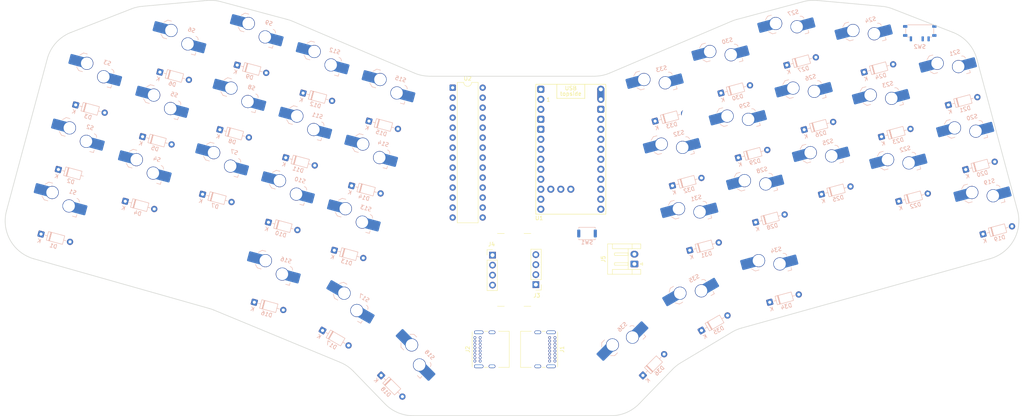
<source format=kicad_pcb>
(kicad_pcb (version 20241229) (generator "pcbnew") (generator_version "9.0")
  (title_block (title "tempest-pcb") (date "2025-10-08") (rev "1.1") (company "justinmklam"))
  (layers (0 "F.Cu" signal) (2 "B.Cu" signal) (13 "F.Paste" user) (15 "B.Paste" user) (5 "F.SilkS" user "F.Silkscreen") (7 "B.SilkS" user "B.Silkscreen") (1 "F.Mask" user) (3 "B.Mask" user) (25 "Edge.Cuts" user))
  (net 0 "")
  (net 1 "Net-(D1-A)")
  (net 2 "/row_top")
  (net 3 "Net-(D2-A)")
  (net 4 "Net-(D3-A)")
  (net 5 "Net-(D4-A)")
  (net 6 "Net-(D5-A)")
  (net 7 "Net-(D6-A)")
  (net 8 "/row_home")
  (net 9 "Net-(D7-A)")
  (net 10 "Net-(D8-A)")
  (net 11 "Net-(D9-A)")
  (net 12 "Net-(D10-A)")
  (net 13 "/row_bottom")
  (net 14 "Net-(D11-A)")
  (net 15 "Net-(D12-A)")
  (net 16 "Net-(D13-A)")
  (net 17 "Net-(D14-A)")
  (net 18 "Net-(D15-A)")
  (net 19 "/row_thumb")
  (net 20 "Net-(D16-A)")
  (net 21 "Net-(D17-A)")
  (net 22 "Net-(D18-A)")
  (net 23 "Net-(D19-A)")
  (net 24 "Net-(D20-A)")
  (net 25 "Net-(D21-A)")
  (net 26 "Net-(D22-A)")
  (net 27 "Net-(D23-A)")
  (net 28 "Net-(D24-A)")
  (net 29 "Net-(D25-A)")
  (net 30 "Net-(D26-A)")
  (net 31 "Net-(D27-A)")
  (net 32 "Net-(D28-A)")
  (net 33 "Net-(D29-A)")
  (net 34 "Net-(D30-A)")
  (net 35 "Net-(D31-A)")
  (net 36 "Net-(D32-A)")
  (net 37 "Net-(D33-A)")
  (net 38 "Net-(D34-A)")
  (net 39 "Net-(D35-A)")
  (net 40 "Net-(D36-A)")
  (net 41 "Net-(J1-VBUS-PadA4)")
  (net 42 "Net-(J1-GND-PadA1)")
  (net 49 "Net-(J2-VBUS-PadA4)")
  (net 50 "Net-(J2-GND-PadA1)")
  (net 55 "/col_pinky")
  (net 56 "/col_ring")
  (net 57 "/col_middle")
  (net 58 "/col_index")
  (net 59 "/col_inner")
  (net 92 "/rowR_top")
  (net 93 "/rowR_home")
  (net 94 "/rowR_bottom")
  (net 95 "/rowR_thumb")
  (net 98 "/colR_inner")
  (net 99 "/colR_index")
  (net 100 "/colR_middle")
  (net 101 "/colR_ring")
  (net 102 "/colR_pinky")
  (net 105 "Net-(J5-Pin_1)")
  (net 106 "GND")
  (net 107 "/RST")
  (net 108 "/BAT+")
  (net 109 "/SDA")
  (net 110 "/SCK")
  (net 111 "Net-(J4-Pin_3)")
  (net 112 "Net-(J4-Pin_2)")
  (footprint "ceoloide:mounting_hole_npth" (layer "F.Cu") (at 160.00649 133.087576 -15)
    (property "Reference" "MH4" (hide yes))
    (property "Value" "")
    (pad "" np_thru_hole circle (at 0 0 345) (size 5 5) (drill 5) (layers "*.Cu" "*.Mask"))
  )
  (footprint "ceoloide:mounting_hole_npth" (layer "F.Cu") (at 139.229629 86.989371 -15)
    (property "Reference" "MH1" (hide yes))
    (property "Value" "")
    (pad "" np_thru_hole circle (at 0 0 345) (size 5 5) (drill 5) (layers "*.Cu" "*.Mask"))
  )
  (footprint "Connector_USB:USB_C_Receptacle_GCT_USB4085" (layer "F.Cu") (at 210.015 161.925 90)
    (property "Reference" "J2" (at 2.975 -1.8 90) (layer "F.SilkS"))
    (property "Value" "USB_C_Receptacle_USB2.0_16P")
    (pad "A1" thru_hole circle (at 0 0 90) (size 0.7 0.7) (drill 0.4) (layers "*.Cu" "*.Mask") (net 50 "Net-(J2-GND-PadA1)"))
    (pad "A4" thru_hole circle (at 0.85 0 90) (size 0.7 0.7) (drill 0.4) (layers "*.Cu" "*.Mask") (net 49 "Net-(J2-VBUS-PadA4)"))
    (pad "A5" thru_hole circle (at 1.7 0 90) (size 0.7 0.7) (drill 0.4) (layers "*.Cu" "*.Mask"))
    (pad "A6" thru_hole circle (at 2.55 0 90) (size 0.7 0.7) (drill 0.4) (layers "*.Cu" "*.Mask") (net 111 "Net-(J4-Pin_3)"))
    (pad "A7" thru_hole circle (at 3.4 0 90) (size 0.7 0.7) (drill 0.4) (layers "*.Cu" "*.Mask") (net 112 "Net-(J4-Pin_2)"))
    (pad "A8" thru_hole circle (at 4.25 0 90) (size 0.7 0.7) (drill 0.4) (layers "*.Cu" "*.Mask"))
    (pad "A9" thru_hole circle (at 5.1 0 90) (size 0.7 0.7) (drill 0.4) (layers "*.Cu" "*.Mask") (net 49 "Net-(J2-VBUS-PadA4)"))
    (pad "A12" thru_hole circle (at 5.95 0 90) (size 0.7 0.7) (drill 0.4) (layers "*.Cu" "*.Mask") (net 50 "Net-(J2-GND-PadA1)"))
    (pad "B1" thru_hole circle (at 5.95 1.35 90) (size 0.7 0.7) (drill 0.4) (layers "*.Cu" "*.Mask") (net 50 "Net-(J2-GND-PadA1)"))
    (pad "B4" thru_hole circle (at 5.1 1.35 90) (size 0.7 0.7) (drill 0.4) (layers "*.Cu" "*.Mask") (net 49 "Net-(J2-VBUS-PadA4)"))
    (pad "B5" thru_hole circle (at 4.25 1.35 90) (size 0.7 0.7) (drill 0.4) (layers "*.Cu" "*.Mask"))
    (pad "B6" thru_hole circle (at 3.4 1.35 90) (size 0.7 0.7) (drill 0.4) (layers "*.Cu" "*.Mask") (net 111 "Net-(J4-Pin_3)"))
    (pad "B7" thru_hole circle (at 2.55 1.35 90) (size 0.7 0.7) (drill 0.4) (layers "*.Cu" "*.Mask") (net 112 "Net-(J4-Pin_2)"))
    (pad "B8" thru_hole circle (at 1.7 1.35 90) (size 0.7 0.7) (drill 0.4) (layers "*.Cu" "*.Mask"))
    (pad "B9" thru_hole circle (at 0.85 1.35 90) (size 0.7 0.7) (drill 0.4) (layers "*.Cu" "*.Mask") (net 49 "Net-(J2-VBUS-PadA4)"))
    (pad "B12" thru_hole circle (at 0 1.35 90) (size 0.7 0.7) (drill 0.4) (layers "*.Cu" "*.Mask") (net 50 "Net-(J2-GND-PadA1)"))
    (pad "S1" thru_hole oval (at -1.35 0.98 90) (size 0.9 2.4) (drill oval 0.6 2.1) (layers "*.Cu" "*.Mask"))
    (pad "S1" thru_hole oval (at -1.35 4.36 90) (size 0.9 1.7) (drill oval 0.6 1.4) (layers "*.Cu" "*.Mask"))
    (pad "S1" thru_hole oval (at 7.3 0.98 90) (size 0.9 2.4) (drill oval 0.6 2.1) (layers "*.Cu" "*.Mask"))
    (pad "S1" thru_hole oval (at 7.3 4.36 90) (size 0.9 1.7) (drill oval 0.6 1.4) (layers "*.Cu" "*.Mask"))
  )
  (footprint "ceoloide:mounting_hole_npth" (layer "F.Cu") (at 257.165567 156.126018 30)
    (property "Reference" "MH8" (hide yes))
    (property "Value" "")
    (pad "" np_thru_hole circle (at 0 0 30) (size 5 5) (drill 5) (layers "*.Cu" "*.Mask"))
  )
  (footprint "Library:PinMagnetic_1x04_P2.54mm" (layer "F.Cu") (at 214.5 135)
    (property "Reference" "J4" (at -0.25 -2.75 0) (layer "F.SilkS"))
    (property "Value" "Conn_01x04_Pin")
    (pad "1" thru_hole rect (at 0 0) (size 1.7 1.7) (drill 1) (layers "*.Cu" "*.Mask"))
    (pad "2" thru_hole circle (at 0 2.54) (size 1.7 1.7) (drill 1) (layers "*.Cu" "*.Mask") (net 112 "Net-(J4-Pin_2)"))
    (pad "3" thru_hole circle (at 0 5.08) (size 1.7 1.7) (drill 1) (layers "*.Cu" "*.Mask") (net 111 "Net-(J4-Pin_3)"))
    (pad "4" thru_hole circle (at 0 7.62) (size 1.7 1.7) (drill 1) (layers "*.Cu" "*.Mask"))
  )
  (footprint "ceoloide:mounting_hole_npth" (layer "F.Cu") (at 326.059439 116.260506 15)
    (property "Reference" "MH10" (hide yes))
    (property "Value" "")
    (pad "" np_thru_hole circle (at 0 0 15) (size 5 5) (drill 5) (layers "*.Cu" "*.Mask"))
  )
  (footprint "ceoloide:mounting_hole_npth" (layer "F.Cu") (at 299.684818 86.989371 15)
    (property "Reference" "MH6" (hide yes))
    (property "Value" "")
    (pad "" np_thru_hole circle (at 0 0 15) (size 5 5) (drill 5) (layers "*.Cu" "*.Mask"))
  )
  (footprint "ceoloide:mounting_hole_npth" (layer "F.Cu") (at 173.831753 99.418574 -15)
    (property "Reference" "MH2" (hide yes))
    (property "Value" "")
    (pad "" np_thru_hole circle (at 0 0 345) (size 5 5) (drill 5) (layers "*.Cu" "*.Mask"))
  )
  (footprint "ceoloide:mounting_hole_npth" (layer "F.Cu") (at 265.082694 99.418574 15)
    (property "Reference" "MH7" (hide yes))
    (property "Value" "")
    (pad "" np_thru_hole circle (at 0 0 15) (size 5 5) (drill 5) (layers "*.Cu" "*.Mask"))
  )
  (footprint "Library:PinMagnetic_1x04_P2.54mm" (layer "F.Cu") (at 225.5 142.5 180)
    (property "Reference" "J3" (at -0.25 -2.75 0) (layer "F.SilkS"))
    (property "Value" "Conn_01x04_Pin")
    (pad "1" thru_hole rect (at 0 0 180) (size 1.7 1.7) (drill 1) (layers "*.Cu" "*.Mask"))
    (pad "2" thru_hole circle (at 0 2.54 180) (size 1.7 1.7) (drill 1) (layers "*.Cu" "*.Mask") (net 110 "/SCK"))
    (pad "3" thru_hole circle (at 0 5.08 180) (size 1.7 1.7) (drill 1) (layers "*.Cu" "*.Mask") (net 109 "/SDA"))
    (pad "4" thru_hole circle (at 0 7.62 180) (size 1.7 1.7) (drill 1) (layers "*.Cu" "*.Mask"))
  )
  (footprint "PCM_marbastlib-xp-promicroish:nice_nano_AH_USBup" (layer "F.Cu") (at 234.38 109.35)
    (property "Reference" "U1" (at -9.14 16.24 0) (layer "F.SilkS") (effects (justify left)))
    (property "Value" "nice_nano")
    (fp_text user "1" (at -5.715 -13.2825 0) (layer "F.SilkS") (effects (justify bottom)))
    (fp_text user "USB" (at 0 -16.2 0) (layer "F.SilkS") (effects (justify bottom)))
    (fp_text user "topside" (at 0 -14.8 0) (layer "F.SilkS") (effects (justify bottom)))
    (pad "1" thru_hole circle (at -7.62 -13.97) (size 1.8 1.8) (drill 1) (layers "*.Cu" "B.Mask") (net 109 "/SDA"))
    (pad "2" thru_hole circle (at -7.62 -11.43) (size 1.8 1.8) (drill 1) (layers "*.Cu" "B.Mask") (net 110 "/SCK"))
    (pad "3" thru_hole roundrect (at -7.62 -8.89) (size 1.8 1.8) (drill 1) (layers "*.Cu" "B.Mask"))
    (pad "4" thru_hole roundrect (at -7.62 -6.35) (size 1.8 1.8) (drill 1) (layers "*.Cu" "B.Mask"))
    (pad "5" thru_hole circle (at -7.62 -3.81) (size 1.8 1.8) (drill 1) (layers "*.Cu" "B.Mask") (net 92 "/rowR_top"))
    (pad "6" thru_hole circle (at -7.62 -1.27) (size 1.8 1.8) (drill 1) (layers "*.Cu" "B.Mask") (net 93 "/rowR_home"))
    (pad "7" thru_hole circle (at -7.62 1.27) (size 1.8 1.8) (drill 1) (layers "*.Cu" "B.Mask") (net 94 "/rowR_bottom"))
    (pad "8" thru_hole circle (at -7.62 3.81) (size 1.8 1.8) (drill 1) (layers "*.Cu" "B.Mask") (net 95 "/rowR_thumb"))
    (pad "9" thru_hole circle (at -7.62 6.35) (size 1.8 1.8) (drill 1) (layers "*.Cu" "B.Mask") (net 98 "/colR_inner"))
    (pad "10" thru_hole circle (at -7.62 8.89) (size 1.8 1.8) (drill 1) (layers "*.Cu" "B.Mask") (net 99 "/colR_index"))
    (pad "11" thru_hole circle (at -7.62 11.43) (size 1.8 1.8) (drill 1) (layers "*.Cu" "B.Mask") (net 100 "/colR_middle"))
    (pad "12" thru_hole circle (at -7.62 13.97) (size 1.8 1.8) (drill 1) (layers "*.Cu" "B.Mask") (net 101 "/colR_ring"))
    (pad "13" thru_hole oval (at 7.62 -13.97) (size 1.8 4.34) (drill 1 (offset 0 -1.27)) (layers "*.Cu" "B.Mask"))
    (pad "14" thru_hole roundrect (at 7.62 -11.43) (size 1.8 1.8) (drill 1) (layers "*.Cu" "B.Mask"))
    (pad "15" thru_hole circle (at 7.62 -8.89) (size 1.8 1.8) (drill 1) (layers "*.Cu" "B.Mask") (net 107 "/RST"))
    (pad "16" thru_hole circle (at 7.62 -6.35) (size 1.8 1.8) (drill 1) (layers "*.Cu" "B.Mask"))
    (pad "17" thru_hole circle (at 7.62 -3.81) (size 1.8 1.8) (drill 1) (layers "*.Cu" "B.Mask"))
    (pad "18" thru_hole circle (at 7.62 -1.27) (size 1.8 1.8) (drill 1) (layers "*.Cu" "B.Mask"))
    (pad "19" thru_hole circle (at 7.62 1.27) (size 1.8 1.8) (drill 1) (layers "*.Cu" "B.Mask"))
    (pad "20" thru_hole circle (at 7.62 3.81) (size 1.8 1.8) (drill 1) (layers "*.Cu" "B.Mask"))
    (pad "21" thru_hole circle (at 7.62 6.35) (size 1.8 1.8) (drill 1) (layers "*.Cu" "B.Mask"))
    (pad "22" thru_hole circle (at 7.62 8.89) (size 1.8 1.8) (drill 1) (layers "*.Cu" "B.Mask"))
    (pad "23" thru_hole circle (at 7.62 11.43) (size 1.8 1.8) (drill 1) (layers "*.Cu" "B.Mask"))
    (pad "24" thru_hole circle (at 7.62 13.97) (size 1.8 1.8) (drill 1) (layers "*.Cu" "B.Mask") (net 102 "/colR_pinky"))
    (pad "25" thru_hole circle (at -5.08 8.89) (size 1.8 1.8) (drill 1) (layers "*.Cu" "B.Mask"))
    (pad "26" thru_hole circle (at -2.54 8.89) (size 1.8 1.8) (drill 1) (layers "*.Cu" "B.Mask"))
    (pad "27" thru_hole circle (at 0 8.89) (size 1.8 1.8) (drill 1) (layers "*.Cu" "B.Mask"))
    (pad "28" thru_hole roundrect (at -7.62 -16.51) (size 1.8 1.8) (drill 1) (layers "*.Cu" "B.Mask") (net 106 "GND"))
    (pad "29" thru_hole circle (at 7.62 -16.51) (size 1.8 1.8) (drill 1) (layers "*.Cu" "B.Mask") (net 108 "/BAT+"))
  )
  (footprint "Connector_JST:JST_EH_S2B-EH_1x02_P2.50mm_Horizontal" (layer "F.Cu") (at 250.5325 137.25 90)
    (property "Reference" "J5" (at 1.25 -7.9 90) (layer "F.SilkS"))
    (property "Value" "Conn_Battery")
    (pad "1" thru_hole roundrect (at 0 0 90) (size 1.7 2) (drill 1) (layers "*.Cu" "*.Mask") (roundrect_rratio 0.147059) (net 105 "Net-(J5-Pin_1)"))
    (pad "2" thru_hole oval (at 2.5 0 90) (size 1.7 2) (drill 1) (layers "*.Cu" "*.Mask") (net 106 "GND"))
  )
  (footprint "ceoloide:mounting_hole_npth" (layer "F.Cu") (at 112.855008 116.260506 -15)
    (property "Reference" "MH5" (hide yes))
    (property "Value" "")
    (pad "" np_thru_hole circle (at 0 0 345) (size 5 5) (drill 5) (layers "*.Cu" "*.Mask"))
  )
  (footprint "Connector_USB:USB_C_Receptacle_GCT_USB4085" (layer "F.Cu") (at 230.35 155.975 -90)
    (property "Reference" "J1" (at 2.975 -1.8 90) (layer "F.SilkS"))
    (property "Value" "USB_C_Receptacle_USB2.0_16P")
    (pad "A1" thru_hole circle (at 0 0 270) (size 0.7 0.7) (drill 0.4) (layers "*.Cu" "*.Mask") (net 42 "Net-(J1-GND-PadA1)"))
    (pad "A4" thru_hole circle (at 0.85 0 270) (size 0.7 0.7) (drill 0.4) (layers "*.Cu" "*.Mask") (net 41 "Net-(J1-VBUS-PadA4)"))
    (pad "A5" thru_hole circle (at 1.7 0 270) (size 0.7 0.7) (drill 0.4) (layers "*.Cu" "*.Mask"))
    (pad "A6" thru_hole circle (at 2.55 0 270) (size 0.7 0.7) (drill 0.4) (layers "*.Cu" "*.Mask") (net 110 "/SCK"))
    (pad "A7" thru_hole circle (at 3.4 0 270) (size 0.7 0.7) (drill 0.4) (layers "*.Cu" "*.Mask") (net 109 "/SDA"))
    (pad "A8" thru_hole circle (at 4.25 0 270) (size 0.7 0.7) (drill 0.4) (layers "*.Cu" "*.Mask"))
    (pad "A9" thru_hole circle (at 5.1 0 270) (size 0.7 0.7) (drill 0.4) (layers "*.Cu" "*.Mask") (net 41 "Net-(J1-VBUS-PadA4)"))
    (pad "A12" thru_hole circle (at 5.95 0 270) (size 0.7 0.7) (drill 0.4) (layers "*.Cu" "*.Mask") (net 42 "Net-(J1-GND-PadA1)"))
    (pad "B1" thru_hole circle (at 5.95 1.35 270) (size 0.7 0.7) (drill 0.4) (layers "*.Cu" "*.Mask") (net 42 "Net-(J1-GND-PadA1)"))
    (pad "B4" thru_hole circle (at 5.1 1.35 270) (size 0.7 0.7) (drill 0.4) (layers "*.Cu" "*.Mask") (net 41 "Net-(J1-VBUS-PadA4)"))
    (pad "B5" thru_hole circle (at 4.25 1.35 270) (size 0.7 0.7) (drill 0.4) (layers "*.Cu" "*.Mask"))
    (pad "B6" thru_hole circle (at 3.4 1.35 270) (size 0.7 0.7) (drill 0.4) (layers "*.Cu" "*.Mask") (net 110 "/SCK"))
    (pad "B7" thru_hole circle (at 2.55 1.35 270) (size 0.7 0.7) (drill 0.4) (layers "*.Cu" "*.Mask") (net 109 "/SDA"))
    (pad "B8" thru_hole circle (at 1.7 1.35 270) (size 0.7 0.7) (drill 0.4) (layers "*.Cu" "*.Mask"))
    (pad "B9" thru_hole circle (at 0.85 1.35 270) (size 0.7 0.7) (drill 0.4) (layers "*.Cu" "*.Mask") (net 41 "Net-(J1-VBUS-PadA4)"))
    (pad "B12" thru_hole circle (at 0 1.35 270) (size 0.7 0.7) (drill 0.4) (layers "*.Cu" "*.Mask") (net 42 "Net-(J1-GND-PadA1)"))
    (pad "S1" thru_hole oval (at -1.35 0.98 270) (size 0.9 2.4) (drill oval 0.6 2.1) (layers "*.Cu" "*.Mask"))
    (pad "S1" thru_hole oval (at -1.35 4.36 270) (size 0.9 1.7) (drill oval 0.6 1.4) (layers "*.Cu" "*.Mask"))
    (pad "S1" thru_hole oval (at 7.3 0.98 270) (size 0.9 2.4) (drill oval 0.6 2.1) (layers "*.Cu" "*.Mask"))
    (pad "S1" thru_hole oval (at 7.3 4.36 270) (size 0.9 1.7) (drill oval 0.6 1.4) (layers "*.Cu" "*.Mask"))
  )
  (footprint "Package_DIP:DIP-28_W7.62mm" (layer "F.Cu") (at 204.38 92.42)
    (property "Reference" "U2" (at 3.81 -2.33 0) (layer "F.SilkS"))
    (property "Value" "MCP23017_SP")
    (pad "1" thru_hole roundrect (at 0 0) (size 1.6 1.6) (drill 0.8) (layers "*.Cu" "*.Mask") (roundrect_rratio 0.15625) (net 2 "/row_top"))
    (pad "2" thru_hole circle (at 0 2.54) (size 1.6 1.6) (drill 0.8) (layers "*.Cu" "*.Mask") (net 8 "/row_home"))
    (pad "3" thru_hole circle (at 0 5.08) (size 1.6 1.6) (drill 0.8) (layers "*.Cu" "*.Mask") (net 13 "/row_bottom"))
    (pad "4" thru_hole circle (at 0 7.62) (size 1.6 1.6) (drill 0.8) (layers "*.Cu" "*.Mask") (net 19 "/row_thumb"))
    (pad "5" thru_hole circle (at 0 10.16) (size 1.6 1.6) (drill 0.8) (layers "*.Cu" "*.Mask") (net 55 "/col_pinky"))
    (pad "6" thru_hole circle (at 0 12.7) (size 1.6 1.6) (drill 0.8) (layers "*.Cu" "*.Mask") (net 56 "/col_ring"))
    (pad "7" thru_hole circle (at 0 15.24) (size 1.6 1.6) (drill 0.8) (layers "*.Cu" "*.Mask") (net 57 "/col_middle"))
    (pad "8" thru_hole circle (at 0 17.78) (size 1.6 1.6) (drill 0.8) (layers "*.Cu" "*.Mask") (net 58 "/col_index"))
    (pad "9" thru_hole circle (at 0 20.32) (size 1.6 1.6) (drill 0.8) (layers "*.Cu" "*.Mask"))
    (pad "10" thru_hole circle (at 0 22.86) (size 1.6 1.6) (drill 0.8) (layers "*.Cu" "*.Mask"))
    (pad "11" thru_hole circle (at 0 25.4) (size 1.6 1.6) (drill 0.8) (layers "*.Cu" "*.Mask"))
    (pad "12" thru_hole circle (at 0 27.94) (size 1.6 1.6) (drill 0.8) (layers "*.Cu" "*.Mask") (net 111 "Net-(J4-Pin_3)"))
    (pad "13" thru_hole circle (at 0 30.48) (size 1.6 1.6) (drill 0.8) (layers "*.Cu" "*.Mask") (net 112 "Net-(J4-Pin_2)"))
    (pad "14" thru_hole circle (at 0 33.02) (size 1.6 1.6) (drill 0.8) (layers "*.Cu" "*.Mask"))
    (pad "15" thru_hole circle (at 7.62 33.02) (size 1.6 1.6) (drill 0.8) (layers "*.Cu" "*.Mask"))
    (pad "16" thru_hole circle (at 7.62 30.48) (size 1.6 1.6) (drill 0.8) (layers "*.Cu" "*.Mask"))
    (pad "17" thru_hole circle (at 7.62 27.94) (size 1.6 1.6) (drill 0.8) (layers "*.Cu" "*.Mask"))
    (pad "18" thru_hole circle (at 7.62 25.4) (size 1.6 1.6) (drill 0.8) (layers "*.Cu" "*.Mask"))
    (pad "19" thru_hole circle (at 7.62 22.86) (size 1.6 1.6) (drill 0.8) (layers "*.Cu" "*.Mask"))
    (pad "20" thru_hole circle (at 7.62 20.32) (size 1.6 1.6) (drill 0.8) (layers "*.Cu" "*.Mask"))
    (pad "21" thru_hole circle (at 7.62 17.78) (size 1.6 1.6) (drill 0.8) (layers "*.Cu" "*.Mask") (net 59 "/col_inner"))
    (pad "22" thru_hole circle (at 7.62 15.24) (size 1.6 1.6) (drill 0.8) (layers "*.Cu" "*.Mask"))
    (pad "23" thru_hole circle (at 7.62 12.7) (size 1.6 1.6) (drill 0.8) (layers "*.Cu" "*.Mask"))
    (pad "24" thru_hole circle (at 7.62 10.16) (size 1.6 1.6) (drill 0.8) (layers "*.Cu" "*.Mask"))
    (pad "25" thru_hole circle (at 7.62 7.62) (size 1.6 1.6) (drill 0.8) (layers "*.Cu" "*.Mask"))
    (pad "26" thru_hole circle (at 7.62 5.08) (size 1.6 1.6) (drill 0.8) (layers "*.Cu" "*.Mask"))
    (pad "27" thru_hole circle (at 7.62 2.54) (size 1.6 1.6) (drill 0.8) (layers "*.Cu" "*.Mask"))
    (pad "28" thru_hole circle (at 7.62 0) (size 1.6 1.6) (drill 0.8) (layers "*.Cu" "*.Mask"))
  )
  (footprint "ceoloide:mounting_hole_npth" (layer "F.Cu") (at 278.907957 133.087576 15)
    (property "Reference" "MH9" (hide yes))
    (property "Value" "")
    (pad "" np_thru_hole circle (at 0 0 15) (size 5 5) (drill 5) (layers "*.Cu" "*.Mask"))
  )
  (footprint "ceoloide:mounting_hole_npth" (layer "F.Cu") (at 181.74888 156.126018 -30)
    (property "Reference" "MH3" (hide yes))
    (property "Value" "")
    (pad "" np_thru_hole circle (at 0 0 330) (size 5 5) (drill 5) (layers "*.Cu" "*.Mask"))
  )
  (footprint "Diode_THT:D_DO-35_SOD27_P7.62mm_Horizontal" (layer "B.Cu") (at 334.668191 113.229105 15)
    (property "Reference" "D20" (at 3.81 2.12 195) (layer "B.SilkS") (effects (justify mirror)))
    (property "Value" "1N4148")
    (fp_text user "K" (at 0 1.799999 195) (layer "B.SilkS") (effects (justify mirror)))
    (pad "1" thru_hole roundrect (at 0 0 15) (size 1.6 1.6) (drill 0.8) (layers "*.Cu" "*.Mask") (roundrect_rratio 0.15625) (net 93 "/rowR_home"))
    (pad "2" thru_hole circle (at 7.62 0 15) (size 1.6 1.6) (drill 0.8) (layers "*.Cu" "*.Mask") (net 24 "Net-(D20-A)"))
  )
  (footprint "PCM_marbastlib-choc:SW_choc_v1_HS_CPG135001S30_1u" (layer "B.Cu") (at 101.140428 124.820215 -15)
    (property "Reference" "S1" (at 5 -7.4 165) (layer "B.SilkS") (effects (justify mirror)))
    (property "Value" "choc_v1_SW_HS")
    (pad "" np_thru_hole circle (at -5.5 0 165) (size 1.7 1.7) (drill 1.7) (layers "*.Cu" "*.Mask"))
    (pad "" np_thru_hole circle (at 0 0 165) (size 3.4 3.4) (drill 3.4) (layers "*.Cu" "*.Mask"))
    (pad "" np_thru_hole circle (at 5.5 0 165) (size 1.7 1.7) (drill 1.7) (layers "*.Cu" "*.Mask"))
    (pad "1" thru_hole circle (at 5 -3.75 345) (size 3.3 3.3) (drill 3) (property pad_prop_mechanical) (layers "*.Cu" "B.Mask") (net 55 "/col_pinky"))
    (pad "1" smd rect (at 6.55 -3.75 345) (size 1.2 2.6) (layers "B.Cu") (net 55 "/col_pinky"))
    (pad "1" smd roundrect (at 8.245 -3.75 345) (size 2.65 2.6) (layers "B.Cu" "B.Mask" "B.Paste") (roundrect_rratio 0.1) (net 55 "/col_pinky"))
    (pad "2" smd roundrect (at -3.245 -5.95 345) (size 2.65 2.6) (layers "B.Cu" "B.Mask" "B.Paste") (roundrect_rratio 0.1) (net 1 "Net-(D1-A)"))
    (pad "2" smd rect (at -1.55 -5.95 165) (size 1.2 2.6) (layers "B.Cu") (net 1 "Net-(D1-A)"))
    (pad "2" thru_hole circle (at 0 -5.95 345) (size 3.3 3.3) (drill 3) (property pad_prop_mechanical) (layers "*.Cu" "B.Mask") (net 1 "Net-(D1-A)"))
  )
  (footprint "PCM_marbastlib-choc:SW_choc_v1_HS_CPG135001S30_1u" (layer "B.Cu") (at 173.838626 149.82698 -30)
    (property "Reference" "S17" (at 5 -7.4 150) (layer "B.SilkS") (effects (justify mirror)))
    (property "Value" "choc_v1_SW_HS")
    (pad "" np_thru_hole circle (at -5.5 0 150) (size 1.7 1.7) (drill 1.7) (layers "*.Cu" "*.Mask"))
    (pad "" np_thru_hole circle (at 0 0 150) (size 3.4 3.4) (drill 3.4) (layers "*.Cu" "*.Mask"))
    (pad "" np_thru_hole circle (at 5.5 0 150) (size 1.7 1.7) (drill 1.7) (layers "*.Cu" "*.Mask"))
    (pad "1" thru_hole circle (at 5 -3.75 330) (size 3.3 3.3) (drill 3) (property pad_prop_mechanical) (layers "*.Cu" "B.Mask") (net 58 "/col_index"))
    (pad "1" smd rect (at 6.55 -3.75 330) (size 1.2 2.6) (layers "B.Cu") (net 58 "/col_index"))
    (pad "1" smd roundrect (at 8.245 -3.75 330) (size 2.65 2.6) (layers "B.Cu" "B.Mask" "B.Paste") (roundrect_rratio 0.1) (net 58 "/col_index"))
    (pad "2" smd roundrect (at -3.245 -5.95 330) (size 2.65 2.6) (layers "B.Cu" "B.Mask" "B.Paste") (roundrect_rratio 0.1) (net 21 "Net-(D17-A)"))
    (pad "2" smd rect (at -1.55 -5.95 150) (size 1.2 2.6) (layers "B.Cu") (net 21 "Net-(D17-A)"))
    (pad "2" thru_hole circle (at 0 -5.95 330) (size 3.3 3.3) (drill 3) (property pad_prop_mechanical) (layers "*.Cu" "B.Mask") (net 21 "Net-(D17-A)"))
  )
  (footprint "PCM_marbastlib-choc:SW_choc_v1_HS_CPG135001S30_1u" (layer "B.Cu") (at 280.028179 121.813486 15)
    (property "Reference" "S28" (at 5 -7.4 195) (layer "B.SilkS") (effects (justify mirror)))
    (property "Value" "choc_v1_SW_HS")
    (pad "" np_thru_hole circle (at -5.5 0 195) (size 1.7 1.7) (drill 1.7) (layers "*.Cu" "*.Mask"))
    (pad "" np_thru_hole circle (at 0 0 195) (size 3.4 3.4) (drill 3.4) (layers "*.Cu" "*.Mask"))
    (pad "" np_thru_hole circle (at 5.5 0 195) (size 1.7 1.7) (drill 1.7) (layers "*.Cu" "*.Mask"))
    (pad "1" thru_hole circle (at 5 -3.75 15) (size 3.3 3.3) (drill 3) (property pad_prop_mechanical) (layers "*.Cu" "B.Mask") (net 98 "/colR_inner"))
    (pad "1" smd rect (at 6.55 -3.75 15) (size 1.2 2.6) (layers "B.Cu") (net 98 "/colR_inner"))
    (pad "1" smd roundrect (at 8.245 -3.75 15) (size 2.65 2.6) (layers "B.Cu" "B.Mask" "B.Paste") (roundrect_rratio 0.1) (net 98 "/colR_inner"))
    (pad "2" smd roundrect (at -3.245 -5.95 15) (size 2.65 2.6) (layers "B.Cu" "B.Mask" "B.Paste") (roundrect_rratio 0.1) (net 32 "Net-(D28-A)"))
    (pad "2" smd rect (at -1.55 -5.95 195) (size 1.2 2.6) (layers "B.Cu") (net 32 "Net-(D28-A)"))
    (pad "2" thru_hole circle (at 0 -5.95 15) (size 3.3 3.3) (drill 3) (property pad_prop_mechanical) (layers "*.Cu" "B.Mask") (net 32 "Net-(D28-A)"))
  )
  (footprint "Diode_THT:D_DO-35_SOD27_P7.62mm_Horizontal" (layer "B.Cu") (at 252.692757 165.577283 45)
    (property "Reference" "D36" (at 3.81 2.12 225) (layer "B.SilkS") (effects (justify mirror)))
    (property "Value" "1N4148")
    (fp_text user "K" (at 0 1.8 225) (layer "B.SilkS") (effects (justify mirror)))
    (pad "1" thru_hole roundrect (at 0 0 45) (size 1.6 1.6) (drill 0.8) (layers "*.Cu" "*.Mask") (roundrect_rratio 0.15625) (net 95 "/rowR_thumb"))
    (pad "2" thru_hole circle (at 7.62 0 45) (size 1.6 1.6) (drill 0.8) (layers "*.Cu" "*.Mask") (net 40 "Net-(D36-A)"))
  )
  (footprint "PCM_marbastlib-choc:SW_choc_v1_HS_CPG135001S30_1u" (layer "B.Cu") (at 283.61342 142.148455 15)
    (property "Reference" "S34" (at 5 -7.4 195) (layer "B.SilkS") (effects (justify mirror)))
    (property "Value" "choc_v1_SW_HS")
    (pad "" np_thru_hole circle (at -5.5 0 195) (size 1.7 1.7) (drill 1.7) (layers "*.Cu" "*.Mask"))
    (pad "" np_thru_hole circle (at 0 0 195) (size 3.4 3.4) (drill 3.4) (layers "*.Cu" "*.Mask"))
    (pad "" np_thru_hole circle (at 5.5 0 195) (size 1.7 1.7) (drill 1.7) (layers "*.Cu" "*.Mask"))
    (pad "1" thru_hole circle (at 5 -3.75 15) (size 3.3 3.3) (drill 3) (property pad_prop_mechanical) (layers "*.Cu" "B.Mask") (net 102 "/colR_pinky"))
    (pad "1" smd rect (at 6.55 -3.75 15) (size 1.2 2.6) (layers "B.Cu") (net 102 "/colR_pinky"))
    (pad "1" smd roundrect (at 8.245 -3.75 15) (size 2.65 2.6) (layers "B.Cu" "B.Mask" "B.Paste") (roundrect_rratio 0.1) (net 102 "/colR_pinky"))
    (pad "2" smd roundrect (at -3.245 -5.95 15) (size 2.65 2.6) (layers "B.Cu" "B.Mask" "B.Paste") (roundrect_rratio 0.1) (net 38 "Net-(D34-A)"))
    (pad "2" smd rect (at -1.55 -5.95 195) (size 1.2 2.6) (layers "B.Cu") (net 38 "Net-(D34-A)"))
    (pad "2" thru_hole circle (at 0 -5.95 15) (size 3.3 3.3) (drill 3) (property pad_prop_mechanical) (layers "*.Cu" "B.Mask") (net 38 "Net-(D34-A)"))
  )
  (footprint "Diode_THT:D_DO-35_SOD27_P7.62mm_Horizontal" (layer "B.Cu") (at 264.595597 133.764969 15)
    (property "Reference" "D31" (at 3.81 2.12 195) (layer "B.SilkS") (effects (justify mirror)))
    (property "Value" "1N4148")
    (fp_text user "K" (at 0 1.799999 195) (layer "B.SilkS") (effects (justify mirror)))
    (pad "1" thru_hole roundrect (at 0 0 15) (size 1.6 1.6) (drill 0.8) (layers "*.Cu" "*.Mask") (roundrect_rratio 0.15625) (net 94 "/rowR_bottom"))
    (pad "2" thru_hole circle (at 7.62 0 15) (size 1.6 1.6) (drill 0.8) (layers "*.Cu" "*.Mask") (net 35 "Net-(D31-A)"))
  )
  (footprint "Diode_THT:D_DO-35_SOD27_P7.62mm_Horizontal" (layer "B.Cu") (at 289.249103 86.679783 15)
    (property "Reference" "D27" (at 3.81 2.12 195) (layer "B.SilkS") (effects (justify mirror)))
    (property "Value" "1N4148")
    (fp_text user "K" (at 0 1.799999 195) (layer "B.SilkS") (effects (justify mirror)))
    (pad "1" thru_hole roundrect (at 0 0 15) (size 1.6 1.6) (drill 0.8) (layers "*.Cu" "*.Mask") (roundrect_rratio 0.15625) (net 94 "/rowR_bottom"))
    (pad "2" thru_hole circle (at 7.62 0 15) (size 1.6 1.6) (drill 0.8) (layers "*.Cu" "*.Mask") (net 31 "Net-(D27-A)"))
  )
  (footprint "Diode_THT:D_DO-35_SOD27_P7.62mm_Horizontal" (layer "B.Cu") (at 308.8787 88.459927 15)
    (property "Reference" "D24" (at 3.81 2.12 195) (layer "B.SilkS") (effects (justify mirror)))
    (property "Value" "1N4148")
    (fp_text user "K" (at 0 1.799999 195) (layer "B.SilkS") (effects (justify mirror)))
    (pad "1" thru_hole roundrect (at 0 0 15) (size 1.6 1.6) (drill 0.8) (layers "*.Cu" "*.Mask") (roundrect_rratio 0.15625) (net 94 "/rowR_bottom"))
    (pad "2" thru_hole circle (at 7.62 0 15) (size 1.6 1.6) (drill 0.8) (layers "*.Cu" "*.Mask") (net 28 "Net-(D24-A)"))
  )
  (footprint "Diode_THT:D_DO-35_SOD27_P7.62mm_Horizontal" (layer "B.Cu") (at 267.575821 154.157107 30)
    (property "Reference" "D35" (at 3.81 2.12 210) (layer "B.SilkS") (effects (justify mirror)))
    (property "Value" "1N4148")
    (fp_text user "K" (at 0 1.8 210) (layer "B.SilkS") (effects (justify mirror)))
    (pad "1" thru_hole roundrect (at 0 0 30) (size 1.6 1.6) (drill 0.8) (layers "*.Cu" "*.Mask") (roundrect_rratio 0.15625) (net 94 "/rowR_bottom"))
    (pad "2" thru_hole circle (at 7.62 0 30) (size 1.6 1.6) (drill 0.8) (layers "*.Cu" "*.Mask") (net 39 "Net-(D35-A)"))
  )
  (footprint "Diode_THT:D_DO-35_SOD27_P7.62mm_Horizontal" (layer "B.Cu") (at 178.718773 117.34423 -15)
    (property "Reference" "D14" (at 3.81 2.12 165) (layer "B.SilkS") (effects (justify mirror)))
    (property "Value" "1N4148")
    (fp_text user "K" (at 0 1.799999 165) (layer "B.SilkS") (effects (justify mirror)))
    (pad "1" thru_hole roundrect (at 0 0 345) (size 1.6 1.6) (drill 0.8) (layers "*.Cu" "*.Mask") (roundrect_rratio 0.15625) (net 13 "/row_bottom"))
    (pad "2" thru_hole circle (at 7.62 0 345) (size 1.6 1.6) (drill 0.8) (layers "*.Cu" "*.Mask") (net 17 "Net-(D14-A)"))
  )
  (footprint "Diode_THT:D_DO-35_SOD27_P7.62mm_Horizontal" (layer "B.Cu") (at 145.26542 103.100523 -15)
    (property "Reference" "D8" (at 3.81 2.12 165) (layer "B.SilkS") (effects (justify mirror)))
    (property "Value" "1N4148")
    (fp_text user "K" (at 0 1.799999 165) (layer "B.SilkS") (effects (justify mirror)))
    (pad "1" thru_hole roundrect (at 0 0 345) (size 1.6 1.6) (drill 0.8) (layers "*.Cu" "*.Mask") (roundrect_rratio 0.15625) (net 8 "/row_home"))
    (pad "2" thru_hole circle (at 7.62 0 345) (size 1.6 1.6) (drill 0.8) (layers "*.Cu" "*.Mask") (net 10 "Net-(D8-A)"))
  )
  (footprint "PCM_marbastlib-choc:SW_choc_v1_HS_CPG135001S30_1u" (layer "B.Cu") (at 271.228331 88.972008 15)
    (property "Reference" "S30" (at 5 -7.4 195) (layer "B.SilkS") (effects (justify mirror)))
    (property "Value" "choc_v1_SW_HS")
    (pad "" np_thru_hole circle (at -5.5 0 195) (size 1.7 1.7) (drill 1.7) (layers "*.Cu" "*.Mask"))
    (pad "" np_thru_hole circle (at 0 0 195) (size 3.4 3.4) (drill 3.4) (layers "*.Cu" "*.Mask"))
    (pad "" np_thru_hole circle (at 5.5 0 195) (size 1.7 1.7) (drill 1.7) (layers "*.Cu" "*.Mask"))
    (pad "1" thru_hole circle (at 5 -3.75 15) (size 3.3 3.3) (drill 3) (property pad_prop_mechanical) (layers "*.Cu" "B.Mask") (net 101 "/colR_ring"))
    (pad "1" smd rect (at 6.55 -3.75 15) (size 1.2 2.6) (layers "B.Cu") (net 101 "/colR_ring"))
    (pad "1" smd roundrect (at 8.245 -3.75 15) (size 2.65 2.6) (layers "B.Cu" "B.Mask" "B.Paste") (roundrect_rratio 0.1) (net 101 "/colR_ring"))
    (pad "2" smd roundrect (at -3.245 -5.95 15) (size 2.65 2.6) (layers "B.Cu" "B.Mask" "B.Paste") (roundrect_rratio 0.1) (net 34 "Net-(D30-A)"))
    (pad "2" smd rect (at -1.55 -5.95 195) (size 1.2 2.6) (layers "B.Cu") (net 34 "Net-(D30-A)"))
    (pad "2" thru_hole circle (at 0 -5.95 15) (size 3.3 3.3) (drill 3) (property pad_prop_mechanical) (layers "*.Cu" "B.Mask") (net 34 "Net-(D30-A)"))
  )
  (footprint "PCM_marbastlib-choc:SW_choc_v1_HS_CPG135001S30_1u" (layer "B.Cu") (at 109.940275 91.978737 -15)
    (property "Reference" "S3" (at 5 -7.4 165) (layer "B.SilkS") (effects (justify mirror)))
    (property "Value" "choc_v1_SW_HS")
    (pad "" np_thru_hole circle (at -5.5 0 165) (size 1.7 1.7) (drill 1.7) (layers "*.Cu" "*.Mask"))
    (pad "" np_thru_hole circle (at 0 0 165) (size 3.4 3.4) (drill 3.4) (layers "*.Cu" "*.Mask"))
    (pad "" np_thru_hole circle (at 5.5 0 165) (size 1.7 1.7) (drill 1.7) (layers "*.Cu" "*.Mask"))
    (pad "1" thru_hole circle (at 5 -3.75 345) (size 3.3 3.3) (drill 3) (property pad_prop_mechanical) (layers "*.Cu" "B.Mask") (net 57 "/col_middle"))
    (pad "1" smd rect (at 6.55 -3.75 345) (size 1.2 2.6) (layers "B.Cu") (net 57 "/col_middle"))
    (pad "1" smd roundrect (at 8.245 -3.75 345) (size 2.65 2.6) (layers "B.Cu" "B.Mask" "B.Paste") (roundrect_rratio 0.1) (net 57 "/col_middle"))
    (pad "2" smd roundrect (at -3.245 -5.95 345) (size 2.65 2.6) (layers "B.Cu" "B.Mask" "B.Paste") (roundrect_rratio 0.1) (net 4 "Net-(D3-A)"))
    (pad "2" smd rect (at -1.55 -5.95 165) (size 1.2 2.6) (layers "B.Cu") (net 4 "Net-(D3-A)"))
    (pad "2" thru_hole circle (at 0 -5.95 345) (size 3.3 3.3) (drill 3) (property pad_prop_mechanical) (layers "*.Cu" "B.Mask") (net 4 "Net-(D3-A)"))
  )
  (footprint "PCM_marbastlib-choc:SW_choc_v1_HS_CPG135001S30_1u" (layer "B.Cu") (at 131.329842 83.630298 -15)
    (property "Reference" "S6" (at 5 -7.4 165) (layer "B.SilkS") (effects (justify mirror)))
    (property "Value" "choc_v1_SW_HS")
    (pad "" np_thru_hole circle (at -5.5 0 165) (size 1.7 1.7) (drill 1.7) (layers "*.Cu" "*.Mask"))
    (pad "" np_thru_hole circle (at 0 0 165) (size 3.4 3.4) (drill 3.4) (layers "*.Cu" "*.Mask"))
    (pad "" np_thru_hole circle (at 5.5 0 165) (size 1.7 1.7) (drill 1.7) (layers "*.Cu" "*.Mask"))
    (pad "1" thru_hole circle (at 5 -3.75 345) (size 3.3 3.3) (drill 3) (property pad_prop_mechanical) (layers "*.Cu" "B.Mask") (net 55 "/col_pinky"))
    (pad "1" smd rect (at 6.55 -3.75 345) (size 1.2 2.6) (layers "B.Cu") (net 55 "/col_pinky"))
    (pad "1" smd roundrect (at 8.245 -3.75 345) (size 2.65 2.6) (layers "B.Cu" "B.Mask" "B.Paste") (roundrect_rratio 0.1) (net 55 "/col_pinky"))
    (pad "2" smd roundrect (at -3.245 -5.95 345) (size 2.65 2.6) (layers "B.Cu" "B.Mask" "B.Paste") (roundrect_rratio 0.1) (net 7 "Net-(D6-A)"))
    (pad "2" smd rect (at -1.55 -5.95 165) (size 1.2 2.6) (layers "B.Cu") (net 7 "Net-(D6-A)"))
    (pad "2" thru_hole circle (at 0 -5.95 345) (size 3.3 3.3) (drill 3) (property pad_prop_mechanical) (layers "*.Cu" "B.Mask") (net 7 "Net-(D6-A)"))
  )
  (footprint "Diode_THT:D_DO-35_SOD27_P7.62mm_Horizontal" (layer "B.Cu") (at 313.278624 104.880666 15)
    (property "Reference" "D23" (at 3.81 2.12 195) (layer "B.SilkS") (effects (justify mirror)))
    (property "Value" "1N4148")
    (fp_text user "K" (at 0 1.799999 195) (layer "B.SilkS") (effects (justify mirror)))
    (pad "1" thru_hole roundrect (at 0 0 15) (size 1.6 1.6) (drill 0.8) (layers "*.Cu" "*.Mask") (roundrect_rratio 0.15625) (net 93 "/rowR_home"))
    (pad "2" thru_hole circle (at 7.62 0 15) (size 1.6 1.6) (drill 0.8) (layers "*.Cu" "*.Mask") (net 27 "Net-(D23-A)"))
  )
  (footprint "Diode_THT:D_DO-35_SOD27_P7.62mm_Horizontal" (layer "B.Cu") (at 157.592173 126.643115 -15)
    (property "Reference" "D10" (at 3.81 2.12 165) (layer "B.SilkS") (effects (justify mirror)))
    (property "Value" "1N4148")
    (fp_text user "K" (at 0 1.799999 165) (layer "B.SilkS") (effects (justify mirror)))
    (pad "1" thru_hole roundrect (at 0 0 345) (size 1.6 1.6) (drill 0.8) (layers "*.Cu" "*.Mask") (roundrect_rratio 0.15625) (net 8 "/row_home"))
    (pad "2" thru_hole circle (at 7.62 0 345) (size 1.6 1.6) (drill 0.8) (layers "*.Cu" "*.Mask") (net 12 "Net-(D10-A)"))
  )
  (footprint "Diode_THT:D_DO-35_SOD27_P7.62mm_Horizontal" (layer "B.Cu") (at 298.04895 119.521262 15)
    (property "Reference" "D25" (at 3.81 2.12 195) (layer "B.SilkS") (effects (justify mirror)))
    (property "Value" "1N4148")
    (fp_text user "K" (at 0 1.799999 195) (layer "B.SilkS") (effects (justify mirror)))
    (pad "1" thru_hole roundrect (at 0 0 15) (size 1.6 1.6) (drill 0.8) (layers "*.Cu" "*.Mask") (roundrect_rratio 0.15625) (net 92 "/rowR_top"))
    (pad "2" thru_hole circle (at 7.62 0 15) (size 1.6 1.6) (drill 0.8) (layers "*.Cu" "*.Mask") (net 29 "Net-(D25-A)"))
  )
  (footprint "PCM_marbastlib-choc:SW_choc_v1_HS_CPG135001S30_1u" (layer "B.Cu") (at 155.301027 142.148455 -15)
    (property "Reference" "S16" (at 5 -7.4 165) (layer "B.SilkS") (effects (justify mirror)))
    (property "Value" "choc_v1_SW_HS")
    (pad "" np_thru_hole circle (at -5.5 0 165) (size 1.7 1.7) (drill 1.7) (layers "*.Cu" "*.Mask"))
    (pad "" np_thru_hole circle (at 0 0 165) (size 3.4 3.4) (drill 3.4) (layers "*.Cu" "*.Mask"))
    (pad "" np_thru_hole circle (at 5.5 0 165) (size 1.7 1.7) (drill 1.7) (layers "*.Cu" "*.Mask"))
    (pad "1" thru_hole circle (at 5 -3.75 345) (size 3.3 3.3) (drill 3) (property pad_prop_mechanical) (layers "*.Cu" "B.Mask") (net 57 "/col_middle"))
    (pad "1" smd rect (at 6.55 -3.75 345) (size 1.2 2.6) (layers "B.Cu") (net 57 "/col_middle"))
    (pad "1" smd roundrect (at 8.245 -3.75 345) (size 2.65 2.6) (layers "B.Cu" "B.Mask" "B.Paste") (roundrect_rratio 0.1) (net 57 "/col_middle"))
    (pad "2" smd roundrect (at -3.245 -5.95 345) (size 2.65 2.6) (layers "B.Cu" "B.Mask" "B.Paste") (roundrect_rratio 0.1) (net 20 "Net-(D16-A)"))
    (pad "2" smd rect (at -1.55 -5.95 165) (size 1.2 2.6) (layers "B.Cu") (net 20 "Net-(D16-A)"))
    (pad "2" thru_hole circle (at 0 -5.95 345) (size 3.3 3.3) (drill 3) (property pad_prop_mechanical) (layers "*.Cu" "B.Mask") (net 20 "Net-(D16-A)"))
  )
  (footprint "PCM_marbastlib-choc:SW_choc_v1_HS_CPG135001S30_1u" (layer "B.Cu") (at 175.612945 128.93534 -15)
    (property "Reference" "S13" (at 5 -7.4 165) (layer "B.SilkS") (effects (justify mirror)))
    (property "Value" "choc_v1_SW_HS")
    (pad "" np_thru_hole circle (at -5.5 0 165) (size 1.7 1.7) (drill 1.7) (layers "*.Cu" "*.Mask"))
    (pad "" np_thru_hole circle (at 0 0 165) (size 3.4 3.4) (drill 3.4) (layers "*.Cu" "*.Mask"))
    (pad "" np_thru_hole circle (at 5.5 0 165) (size 1.7 1.7) (drill 1.7) (layers "*.Cu" "*.Mask"))
    (pad "1" thru_hole circle (at 5 -3.75 345) (size 3.3 3.3) (drill 3) (property pad_prop_mechanical) (layers "*.Cu" "B.Mask") (net 57 "/col_middle"))
    (pad "1" smd rect (at 6.55 -3.75 345) (size 1.2 2.6) (layers "B.Cu") (net 57 "/col_middle"))
    (pad "1" smd roundrect (at 8.245 -3.75 345) (size 2.65 2.6) (layers "B.Cu" "B.Mask" "B.Paste") (roundrect_rratio 0.1) (net 57 "/col_middle"))
    (pad "2" smd roundrect (at -3.245 -5.95 345) (size 2.65 2.6) (layers "B.Cu" "B.Mask" "B.Paste") (roundrect_rratio 0.1) (net 16 "Net-(D13-A)"))
    (pad "2" smd rect (at -1.55 -5.95 165) (size 1.2 2.6) (layers "B.Cu") (net 16 "Net-(D13-A)"))
    (pad "2" thru_hole circle (at 0 -5.95 345) (size 3.3 3.3) (drill 3) (property pad_prop_mechanical) (layers "*.Cu" "B.Mask") (net 16 "Net-(D13-A)"))
  )
  (footprint "PCM_marbastlib-choc:SW_choc_v1_HS_CPG135001S30_1u" (layer "B.Cu") (at 316.384452 116.471776 15)
    (property "Reference" "S22" (at 5 -7.4 195) (layer "B.SilkS") (effects (justify mirror)))
    (property "Value" "choc_v1_SW_HS")
    (pad "" np_thru_hole circle (at -5.5 0 195) (size 1.7 1.7) (drill 1.7) (layers "*.Cu" "*.Mask"))
    (pad "" np_thru_hole circle (at 0 0 195) (size 3.4 3.4) (drill 3.4) (layers "*.Cu" "*.Mask"))
    (pad "" np_thru_hole circle (at 5.5 0 195) (size 1.7 1.7) (drill 1.7) (layers "*.Cu" "*.Mask"))
    (pad "1" thru_hole circle (at 5 -3.75 15) (size 3.3 3.3) (drill 3) (property pad_prop_mechanical) (layers "*.Cu" "B.Mask") (net 99 "/colR_index"))
    (pad "1" smd rect (at 6.55 -3.75 15) (size 1.2 2.6) (layers "B.Cu") (net 99 "/colR_index"))
    (pad "1" smd roundrect (at 8.245 -3.75 15) (size 2.65 2.6) (layers "B.Cu" "B.Mask" "B.Paste") (roundrect_rratio 0.1) (net 99 "/colR_index"))
    (pad "2" smd roundrect (at -3.245 -5.95 15) (size 2.65 2.6) (layers "B.Cu" "B.Mask" "B.Paste") (roundrect_rratio 0.1) (net 26 "Net-(D22-A)"))
    (pad "2" smd rect (at -1.55 -5.95 195) (size 1.2 2.6) (layers "B.Cu") (net 26 "Net-(D22-A)"))
    (pad "2" thru_hole circle (at 0 -5.95 15) (size 3.3 3.3) (drill 3) (property pad_prop_mechanical) (layers "*.Cu" "B.Mask") (net 26 "Net-(D22-A)"))
  )
  (footprint "PCM_marbastlib-choc:SW_choc_v1_HS_CPG135001S30_1u" (layer "B.Cu") (at 287.955007 81.850154 15)
    (property "Reference" "S27" (at 5 -7.4 195) (layer "B.SilkS") (effects (justify mirror)))
    (property "Value" "choc_v1_SW_HS")
    (pad "" np_thru_hole circle (at -5.5 0 195) (size 1.7 1.7) (drill 1.7) (layers "*.Cu" "*.Mask"))
    (pad "" np_thru_hole circle (at 0 0 195) (size 3.4 3.4) (drill 3.4) (layers "*.Cu" "*.Mask"))
    (pad "" np_thru_hole circle (at 5.5 0 195) (size 1.7 1.7) (drill 1.7) (layers "*.Cu" "*.Mask"))
    (pad "1" thru_hole circle (at 5 -3.75 15) (size 3.3 3.3) (drill 3) (property pad_prop_mechanical) (layers "*.Cu" "B.Mask") (net 100 "/colR_middle"))
    (pad "1" smd rect (at 6.55 -3.75 15) (size 1.2 2.6) (layers "B.Cu") (net 100 "/colR_middle"))
    (pad "1" smd roundrect (at 8.245 -3.75 15) (size 2.65 2.6) (layers "B.Cu" "B.Mask" "B.Paste") (roundrect_rratio 0.1) (net 100 "/colR_middle"))
    (pad "2" smd roundrect (at -3.245 -5.95 15) (size 2.65 2.6) (layers "B.Cu" "B.Mask" "B.Paste") (roundrect_rratio 0.1) (net 31 "Net-(D27-A)"))
    (pad "2" smd rect (at -1.55 -5.95 195) (size 1.2 2.6) (layers "B.Cu") (net 31 "Net-(D27-A)"))
    (pad "2" thru_hole circle (at 0 -5.95 15) (size 3.3 3.3) (drill 3) (property pad_prop_mechanical) (layers "*.Cu" "B.Mask") (net 31 "Net-(D27-A)"))
  )
  (footprint "PCM_marbastlib-choc:SW_choc_v1_HS_CPG135001S30_1u" (layer "B.Cu") (at 258.901579 112.514601 15)
    (property "Reference" "S32" (at 5 -7.4 195) (layer "B.SilkS") (effects (justify mirror)))
    (property "Value" "choc_v1_SW_HS")
    (pad "" np_thru_hole circle (at -5.5 0 195) (size 1.7 1.7) (drill 1.7) (layers "*.Cu" "*.Mask"))
    (pad "" np_thru_hole circle (at 0 0 195) (size 3.4 3.4) (drill 3.4) (layers "*.Cu" "*.Mask"))
    (pad "" np_thru_hole circle (at 5.5 0 195) (size 1.7 1.7) (drill 1.7) (layers "*.Cu" "*.Mask"))
    (pad "1" thru_hole circle (at 5 -3.75 15) (size 3.3 3.3) (drill 3) (property pad_prop_mechanical) (layers "*.Cu" "B.Mask") (net 99 "/colR_index"))
    (pad "1" smd rect (at 6.55 -3.75 15) (size 1.2 2.6) (layers "B.Cu") (net 99 "/colR_index"))
    (pad "1" smd roundrect (at 8.245 -3.75 15) (size 2.65 2.6) (layers "B.Cu" "B.Mask" "B.Paste") (roundrect_rratio 0.1) (net 99 "/colR_index"))
    (pad "2" smd roundrect (at -3.245 -5.95 15) (size 2.65 2.6) (layers "B.Cu" "B.Mask" "B.Paste") (roundrect_rratio 0.1) (net 36 "Net-(D32-A)"))
    (pad "2" smd rect (at -1.55 -5.95 195) (size 1.2 2.6) (layers "B.Cu") (net 36 "Net-(D32-A)"))
    (pad "2" thru_hole circle (at 0 -5.95 15) (size 3.3 3.3) (drill 3) (property pad_prop_mechanical) (layers "*.Cu" "B.Mask") (net 36 "Net-(D32-A)"))
  )
  (footprint "PCM_marbastlib-choc:SW_choc_v1_HS_CPG135001S30_1u" (layer "B.Cu") (at 142.159592 114.691632 -15)
    (property "Reference" "S7" (at 5 -7.4 165) (layer "B.SilkS") (effects (justify mirror)))
    (property "Value" "choc_v1_SW_HS")
    (pad "" np_thru_hole circle (at -5.5 0 165) (size 1.7 1.7) (drill 1.7) (layers "*.Cu" "*.Mask"))
    (pad "" np_thru_hole circle (at 0 0 165) (size 3.4 3.4) (drill 3.4) (layers "*.Cu" "*.Mask"))
    (pad "" np_thru_hole circle (at 5.5 0 165) (size 1.7 1.7) (drill 1.7) (layers "*.Cu" "*.Mask"))
    (pad "1" thru_hole circle (at 5 -3.75 345) (size 3.3 3.3) (drill 3) (property pad_prop_mechanical) (layers "*.Cu" "B.Mask") (net 56 "/col_ring"))
    (pad "1" smd rect (at 6.55 -3.75 345) (size 1.2 2.6) (layers "B.Cu") (net 56 "/col_ring"))
    (pad "1" smd roundrect (at 8.245 -3.75 345) (size 2.65 2.6) (layers "B.Cu" "B.Mask" "B.Paste") (roundrect_rratio 0.1) (net 56 "/col_ring"))
    (pad "2" smd roundrect (at -3.245 -5.95 345) (size 2.65 2.6) (layers "B.Cu" "B.Mask" "B.Paste") (roundrect_rratio 0.1) (net 9 "Net-(D7-A)"))
    (pad "2" smd rect (at -1.55 -5.95 165) (size 1.2 2.6) (layers "B.Cu") (net 9 "Net-(D7-A)"))
    (pad "2" thru_hole circle (at 0 -5.95 345) (size 3.3 3.3) (drill 3) (property pad_prop_mechanical) (layers "*.Cu" "B.Mask") (net 9 "Net-(D7-A)"))
  )
  (footprint "Diode_THT:D_DO-35_SOD27_P7.62mm_Horizontal" (layer "B.Cu") (at 183.118697 100.923491 -15)
    (property "Reference" "D15" (at 3.81 2.12 165) (layer "B.SilkS") (effects (justify mirror)))
    (property "Value" "1N4148")
    (fp_text user "K" (at 0 1.799999 165) (layer "B.SilkS") (effects (justify mirror)))
    (pad "1" thru_hole roundrect (at 0 0 345) (size 1.6 1.6) (drill 0.8) (layers "*.Cu" "*.Mask") (roundrect_rratio 0.15625) (net 13 "/row_bottom"))
    (pad "2" thru_hole circle (at 7.62 0 345) (size 1.6 1.6) (drill 0.8) (layers "*.Cu" "*.Mask") (net 18 "Net-(D15-A)"))
  )
  (footprint "Diode_THT:D_DO-35_SOD27_P7.62mm_Horizontal" (layer "B.Cu") (at 272.522426 93.801637 15)
    (property "Reference" "D30" (at 3.81 2.12 195) (layer "B.SilkS") (effects (justify mirror)))
    (property "Value" "1N4148")
    (fp_text user "K" (at 0 1.799999 195) (layer "B.SilkS") (effects (justify mirror)))
    (pad "1" thru_hole roundrect (at 0 0 15) (size 1.6 1.6) (drill 0.8) (layers "*.Cu" "*.Mask") (roundrect_rratio 0.15625) (net 93 "/rowR_home"))
    (pad "2" thru_hole circle (at 7.62 0 15) (size 1.6 1.6) (drill 0.8) (layers "*.Cu" "*.Mask") (net 34 "Net-(D30-A)"))
  )
  (footprint "Diode_THT:D_DO-35_SOD27_P7.62mm_Horizontal" (layer "B.Cu") (at 154.006932 146.978084 -15)
    (property "Reference" "D16" (at 3.81 2.12 165) (layer "B.SilkS") (effects (justify mirror)))
    (property "Value" "1N4148")
    (fp_text user "K" (at 0 1.799999 165) (layer "B.SilkS") (effects (justify mirror)))
    (pad "1" thru_hole roundrect (at 0 0 345) (size 1.6 1.6) (drill 0.8) (layers "*.Cu" "*.Mask") (roundrect_rratio 0.15625) (net 19 "/row_thumb"))
    (pad "2" thru_hole circle (at 7.62 0 345) (size 1.6 1.6) (drill 0.8) (layers "*.Cu" "*.Mask") (net 20 "Net-(D16-A)"))
  )
  (footprint "PCM_marbastlib-choc:SW_choc_v1_HS_CPG135001S30_1u" (layer "B.Cu") (at 337.774019 124.820215 15)
    (property "Reference" "S19" (at 5 -7.4 195) (layer "B.SilkS") (effects (justify mirror)))
    (property "Value" "choc_v1_SW_HS")
    (pad "" np_thru_hole circle (at -5.5 0 195) (size 1.7 1.7) (drill 1.7) (layers "*.Cu" "*.Mask"))
    (pad "" np_thru_hole circle (at 0 0 195) (size 3.4 3.4) (drill 3.4) (layers "*.Cu" "*.Mask"))
    (pad "" np_thru_hole circle (at 5.5 0 195) (size 1.7 1.7) (drill 1.7) (layers "*.Cu" "*.Mask"))
    (pad "1" thru_hole circle (at 5 -3.75 15) (size 3.3 3.3) (drill 3) (property pad_prop_mechanical) (layers "*.Cu" "B.Mask") (net 98 "/colR_inner"))
    (pad "1" smd rect (at 6.55 -3.75 15) (size 1.2 2.6) (layers "B.Cu") (net 98 "/colR_inner"))
    (pad "1" smd roundrect (at 8.245 -3.75 15) (size 2.65 2.6) (layers "B.Cu" "B.Mask" "B.Paste") (roundrect_rratio 0.1) (net 98 "/colR_inner"))
    (pad "2" smd roundrect (at -3.245 -5.95 15) (size 2.65 2.6) (layers "B.Cu" "B.Mask" "B.Paste") (roundrect_rratio 0.1) (net 23 "Net-(D19-A)"))
    (pad "2" smd rect (at -1.55 -5.95 195) (size 1.2 2.6) (layers "B.Cu") (net 23 "Net-(D19-A)"))
    (pad "2" thru_hole circle (at 0 -5.95 15) (size 3.3 3.3) (drill 3) (property pad_prop_mechanical) (layers "*.Cu" "B.Mask") (net 23 "Net-(D19-A)"))
  )
  (footprint "PCM_marbastlib-choc:SW_choc_v1_HS_CPG135001S30_1u" (layer "B.Cu") (at 328.974171 91.978737 15)
    (property "Reference" "S21" (at 5 -7.4 195) (layer "B.SilkS") (effects (justify mirror)))
    (property "Value" "choc_v1_SW_HS")
    (pad "" np_thru_hole circle (at -5.5 0 195) (size 1.7 1.7) (drill 1.7) (layers "*.Cu" "*.Mask"))
    (pad "" np_thru_hole circle (at 0 0 195) (size 3.4 3.4) (drill 3.4) (layers "*.Cu" "*.Mask"))
    (pad "" np_thru_hole circle (at 5.5 0 195) (size 1.7 1.7) (drill 1.7) (layers "*.Cu" "*.Mask"))
    (pad "1" thru_hole circle (at 5 -3.75 15) (size 3.3 3.3) (drill 3) (property pad_prop_mechanical) (layers "*.Cu" "B.Mask") (net 98 "/colR_inner"))
    (pad "1" smd rect (at 6.55 -3.75 15) (size 1.2 2.6) (layers "B.Cu") (net 98 "/colR_inner"))
    (pad "1" smd roundrect (at 8.245 -3.75 15) (size 2.65 2.6) (layers "B.Cu" "B.Mask" "B.Paste") (roundrect_rratio 0.1) (net 98 "/colR_inner"))
    (pad "2" smd roundrect (at -3.245 -5.95 15) (size 2.65 2.6) (layers "B.Cu" "B.Mask" "B.Paste") (roundrect_rratio 0.1) (net 25 "Net-(D21-A)"))
    (pad "2" smd rect (at -1.55 -5.95 195) (size 1.2 2.6) (layers "B.Cu") (net 25 "Net-(D21-A)"))
    (pad "2" thru_hole circle (at 0 -5.95 15) (size 3.3 3.3) (drill 3) (property pad_prop_mechanical) (layers "*.Cu" "B.Mask") (net 25 "Net-(D21-A)"))
  )
  (footprint "PCM_marbastlib-choc:SW_choc_v1_HS_CPG135001S30_1u" (layer "B.Cu") (at 158.886268 121.813486 -15)
    (property "Reference" "S10" (at 5 -7.4 165) (layer "B.SilkS") (effects (justify mirror)))
    (property "Value" "choc_v1_SW_HS")
    (pad "" np_thru_hole circle (at -5.5 0 165) (size 1.7 1.7) (drill 1.7) (layers "*.Cu" "*.Mask"))
    (pad "" np_thru_hole circle (at 0 0 165) (size 3.4 3.4) (drill 3.4) (layers "*.Cu" "*.Mask"))
    (pad "" np_thru_hole circle (at 5.5 0 165) (size 1.7 1.7) (drill 1.7) (layers "*.Cu" "*.Mask"))
    (pad "1" thru_hole circle (at 5 -3.75 345) (size 3.3 3.3) (drill 3) (property pad_prop_mechanical) (layers "*.Cu" "B.Mask") (net 59 "/col_inner"))
    (pad "1" smd rect (at 6.55 -3.75 345) (size 1.2 2.6) (layers "B.Cu") (net 59 "/col_inner"))
    (pad "1" smd roundrect (at 8.245 -3.75 345) (size 2.65 2.6) (layers "B.Cu" "B.Mask" "B.Paste") (roundrect_rratio 0.1) (net 59 "/col_inner"))
    (pad "2" smd roundrect (at -3.245 -5.95 345) (size 2.65 2.6) (layers "B.Cu" "B.Mask" "B.Paste") (roundrect_rratio 0.1) (net 12 "Net-(D10-A)"))
    (pad "2" smd rect (at -1.55 -5.95 165) (size 1.2 2.6) (layers "B.Cu") (net 12 "Net-(D10-A)"))
    (pad "2" thru_hole circle (at 0 -5.95 345) (size 3.3 3.3) (drill 3) (property pad_prop_mechanical) (layers "*.Cu" "B.Mask") (net 12 "Net-(D10-A)"))
  )
  (footprint "PCM_marbastlib-choc:SW_choc_v1_HS_CPG135001S30_1u" (layer "B.Cu") (at 275.628255 105.392747 15)
    (property "Reference" "S29" (at 5 -7.4 195) (layer "B.SilkS") (effects (justify mirror)))
    (property "Value" "choc_v1_SW_HS")
    (pad "" np_thru_hole circle (at -5.5 0 195) (size 1.7 1.7) (drill 1.7) (layers "*.Cu" "*.Mask"))
    (pad "" np_thru_hole circle (at 0 0 195) (size 3.4 3.4) (drill 3.4) (layers "*.Cu" "*.Mask"))
    (pad "" np_thru_hole circle (at 5.5 0 195) (size 1.7 1.7) (drill 1.7) (layers "*.Cu" "*.Mask"))
    (pad "1" thru_hole circle (at 5 -3.75 15) (size 3.3 3.3) (drill 3) (property pad_prop_mechanical) (layers "*.Cu" "B.Mask") (net 101 "/colR_ring"))
    (pad "1" smd rect (at 6.55 -3.75 15) (size 1.2 2.6) (layers "B.Cu") (net 101 "/colR_ring"))
    (pad "1" smd roundrect (at 8.245 -3.75 15) (size 2.65 2.6) (layers "B.Cu" "B.Mask" "B.Paste") (roundrect_rratio 0.1) (net 101 "/colR_ring"))
    (pad "2" smd roundrect (at -3.245 -5.95 15) (size 2.65 2.6) (layers "B.Cu" "B.Mask" "B.Paste") (roundrect_rratio 0.1) (net 33 "Net-(D29-A)"))
    (pad "2" smd rect (at -1.55 -5.95 195) (size 1.2 2.6) (layers "B.Cu") (net 33 "Net-(D29-A)"))
    (pad "2" thru_hole circle (at 0 -5.95 15) (size 3.3 3.3) (drill 3) (property pad_prop_mechanical) (layers "*.Cu" "B.Mask") (net 33 "Net-(D29-A)"))
  )
  (footprint "PCM_marbastlib-choc:SW_choc_v1_HS_CPG135001S30_1u" (layer "B.Cu") (at 189.757223 162.041749 -45)
    (property "Reference" "S18" (at 5 -7.4 135) (layer "B.SilkS") (effects (justify mirror)))
    (property "Value" "choc_v1_SW_HS")
    (pad "" np_thru_hole circle (at -5.5 0 135) (size 1.7 1.7) (drill 1.7) (layers "*.Cu" "*.Mask"))
    (pad "" np_thru_hole circle (at 0 0 135) (size 3.4 3.4) (drill 3.4) (layers "*.Cu" "*.Mask"))
    (pad "" np_thru_hole circle (at 5.5 0 135) (size 1.7 1.7) (drill 1.7) (layers "*.Cu" "*.Mask"))
    (pad "1" thru_hole circle (at 4.999999 -3.75 315) (size 3.3 3.3) (drill 3) (property pad_prop_mechanical) (layers "*.Cu" "B.Mask") (net 59 "/col_inner"))
    (pad "1" smd rect (at 6.55 -3.75 315) (size 1.2 2.6) (layers "B.Cu") (net 59 "/col_inner"))
    (pad "1" smd roundrect (at 8.245 -3.75 315) (size 2.65 2.6) (layers "B.Cu" "B.Mask" "B.Paste") (roundrect_rratio 0.1) (net 59 "/col_inner"))
    (pad "2" smd roundrect (at -3.245 -5.95 315) (size 2.65 2.6) (layers "B.Cu" "B.Mask" "B.Paste") (roundrect_rratio 0.1) (net 22 "Net-(D18-A)"))
    (pad "2" smd rect (at -1.55 -5.95 135) (size 1.2 2.6) (layers "B.Cu") (net 22 "Net-(D18-A)"))
    (pad "2" thru_hole circle (at 0 -5.95 315) (size 3.3 3.3) (drill 3) (property pad_prop_mechanical) (layers "*.Cu" "B.Mask") (net 22 "Net-(D18-A)"))
  )
  (footprint "PCM_marbastlib-choc:SW_choc_v1_HS_CPG135001S30_1u" (layer "B.Cu") (at 167.686116 88.972008 -15)
    (property "Reference" "S12" (at 5 -7.4 165) (layer "B.SilkS") (effects (justify mirror)))
    (property "Value" "choc_v1_SW_HS")
    (pad "" np_thru_hole circle (at -5.5 0 165) (size 1.7 1.7) (drill 1.7) (layers "*.Cu" "*.Mask"))
    (pad "" np_thru_hole circle (at 0 0 165) (size 3.4 3.4) (drill 3.4) (layers "*.Cu" "*.Mask"))
    (pad "" np_thru_hole circle (at 5.5 0 165) (size 1.7 1.7) (drill 1.7) (layers "*.Cu" "*.Mask"))
    (pad "1" thru_hole circle (at 5 -3.75 345) (size 3.3 3.3) (drill 3) (property pad_prop_mechanical) (layers "*.Cu" "B.Mask") (net 56 "/col_ring"))
    (pad "1" smd rect (at 6.55 -3.75 345) (size 1.2 2.6) (layers "B.Cu") (net 56 "/col_ring"))
    (pad "1" smd roundrect (at 8.245 -3.75 345) (size 2.65 2.6) (layers "B.Cu" "B.Mask" "B.Paste") (roundrect_rratio 0.1) (net 56 "/col_ring"))
    (pad "2" smd roundrect (at -3.245 -5.95 345) (size 2.65 2.6) (layers "B.Cu" "B.Mask" "B.Paste") (roundrect_rratio 0.1) (net 15 "Net-(D12-A)"))
    (pad "2" smd rect (at -1.55 -5.95 165) (size 1.2 2.6) (layers "B.Cu") (net 15 "Net-(D12-A)"))
    (pad "2" thru_hole circle (at 0 -5.95 345) (size 3.3 3.3) (drill 3) (property pad_prop_mechanical) (layers "*.Cu" "B.Mask") (net 15 "Net-(D12-A)"))
  )
  (footprint "Diode_THT:D_DO-35_SOD27_P7.62mm_Horizontal" (layer "B.Cu") (at 293.649026 103.100523 15)
    (property "Reference" "D26" (at 3.81 2.12 195) (layer "B.SilkS") (effects (justify mirror)))
    (property "Value" "1N4148")
    (fp_text user "K" (at 0 1.799999 195) (layer "B.SilkS") (effects (justify mirror)))
    (pad "1" thru_hole roundrect (at 0 0 15) (size 1.6 1.6) (drill 0.8) (layers "*.Cu" "*.Mask") (roundrect_rratio 0.15625) (net 93 "/rowR_home"))
    (pad "2" thru_hole circle (at 7.62 0 15) (size 1.6 1.6) (drill 0.8) (layers "*.Cu" "*.Mask") (net 30 "Net-(D26-A)"))
  )
  (footprint "Diode_THT:D_DO-35_SOD27_P7.62mm_Horizontal" (layer "B.Cu") (at 121.235899 121.301405 -15)
    (property "Reference" "D4" (at 3.81 2.12 165) (layer "B.SilkS") (effects (justify mirror)))
    (property "Value" "1N4148")
    (fp_text user "K" (at 0 1.799999 165) (layer "B.SilkS") (effects (justify mirror)))
    (pad "1" thru_hole roundrect (at 0 0 345) (size 1.6 1.6) (drill 0.8) (layers "*.Cu" "*.Mask") (roundrect_rratio 0.15625) (net 2 "/row_top"))
    (pad "2" thru_hole circle (at 7.62 0 345) (size 1.6 1.6) (drill 0.8) (layers "*.Cu" "*.Mask") (net 5 "Net-(D4-A)"))
  )
  (footprint "Diode_THT:D_DO-35_SOD27_P7.62mm_Horizontal" (layer "B.Cu") (at 186.22169 165.577283 -45)
    (property "Reference" "D18" (at 3.81 2.12 135) (layer "B.SilkS") (effects (justify mirror)))
    (property "Value" "1N4148")
    (fp_text user "K" (at 0 1.8 135) (layer "B.SilkS") (effects (justify mirror)))
    (pad "1" thru_hole roundrect (at 0 0 315) (size 1.6 1.6) (drill 0.8) (layers "*.Cu" "*.Mask") (roundrect_rratio 0.15625) (net 19 "/row_thumb"))
    (pad "2" thru_hole circle (at 7.62 0 315) (size 1.6 1.6) (drill 0.8) (layers "*.Cu" "*.Mask") (net 22 "Net-(D18-A)"))
  )
  (footprint "PCM_marbastlib-choc:SW_choc_v1_HS_CPG135001S30_1u" (layer "B.Cu") (at 146.559516 98.270893 -15)
    (property "Reference" "S8" (at 5 -7.4 165) (layer "B.SilkS") (effects (justify mirror)))
    (property "Value" "choc_v1_SW_HS")
    (pad "" np_thru_hole circle (at -5.5 0 165) (size 1.7 1.7) (drill 1.7) (layers "*.Cu" "*.Mask"))
    (pad "" np_thru_hole circle (at 0 0 165) (size 3.4 3.4) (drill 3.4) (layers "*.Cu" "*.Mask"))
    (pad "" np_thru_hole circle (at 5.5 0 165) (size 1.7 1.7) (drill 1.7) (layers "*.Cu" "*.Mask"))
    (pad "1" thru_hole circle (at 5 -3.75 345) (size 3.3 3.3) (drill 3) (property pad_prop_mechanical) (layers "*.Cu" "B.Mask") (net 57 "/col_middle"))
    (pad "1" smd rect (at 6.55 -3.75 345) (size 1.2 2.6) (layers "B.Cu") (net 57 "/col_middle"))
    (pad "1" smd roundrect (at 8.245 -3.75 345) (size 2.65 2.6) (layers "B.Cu" "B.Mask" "B.Paste") (roundrect_rratio 0.1) (net 57 "/col_middle"))
    (pad "2" smd roundrect (at -3.245 -5.95 345) (size 2.65 2.6) (layers "B.Cu" "B.Mask" "B.Paste") (roundrect_rratio 0.1) (net 10 "Net-(D8-A)"))
    (pad "2" smd rect (at -1.55 -5.95 165) (size 1.2 2.6) (layers "B.Cu") (net 10 "Net-(D8-A)"))
    (pad "2" thru_hole circle (at 0 -5.95 345) (size 3.3 3.3) (drill 3) (property pad_prop_mechanical) (layers "*.Cu" "B.Mask") (net 10 "Net-(D8-A)"))
  )
  (footprint "Button_Switch_SMD:SW_Push_SPST_NO_Alps_SKRK" (layer "B.Cu") (at 238.5 129.5)
    (property "Reference" "SW1" (at 0 2.25 0) (layer "B.SilkS") (effects (justify mirror)))
    (property "Value" "SW_RESET")
    (pad "1" smd roundrect (at -2.1 0) (size 0.8 2) (layers "B.Cu" "B.Mask" "B.Paste") (net 107 "/RST"))
    (pad "2" smd roundrect (at 2.1 0) (size 0.8 2) (layers "B.Cu" "B.Mask" "B.Paste") (net 106 "GND"))
  )
  (footprint "PCM_marbastlib-choc:SW_choc_v1_HS_CPG135001S30_1u" (layer "B.Cu") (at 180.012868 112.514601 -15)
    (property "Reference" "S14" (at 5 -7.4 165) (layer "B.SilkS") (effects (justify mirror)))
    (property "Value" "choc_v1_SW_HS")
    (pad "" np_thru_hole circle (at -5.5 0 165) (size 1.7 1.7) (drill 1.7) (layers "*.Cu" "*.Mask"))
    (pad "" np_thru_hole circle (at 0 0 165) (size 3.4 3.4) (drill 3.4) (layers "*.Cu" "*.Mask"))
    (pad "" np_thru_hole circle (at 5.5 0 165) (size 1.7 1.7) (drill 1.7) (layers "*.Cu" "*.Mask"))
    (pad "1" thru_hole circle (at 5 -3.75 345) (size 3.3 3.3) (drill 3) (property pad_prop_mechanical) (layers "*.Cu" "B.Mask") (net 58 "/col_index"))
    (pad "1" smd rect (at 6.55 -3.75 345) (size 1.2 2.6) (layers "B.Cu") (net 58 "/col_index"))
    (pad "1" smd roundrect (at 8.245 -3.75 345) (size 2.65 2.6) (layers "B.Cu" "B.Mask" "B.Paste") (roundrect_rratio 0.1) (net 58 "/col_index"))
    (pad "2" smd roundrect (at -3.245 -5.95 345) (size 2.65 2.6) (layers "B.Cu" "B.Mask" "B.Paste") (roundrect_rratio 0.1) (net 17 "Net-(D14-A)"))
    (pad "2" smd rect (at -1.55 -5.95 165) (size 1.2 2.6) (layers "B.Cu") (net 17 "Net-(D14-A)"))
    (pad "2" thru_hole circle (at 0 -5.95 345) (size 3.3 3.3) (drill 3) (property pad_prop_mechanical) (layers "*.Cu" "B.Mask") (net 17 "Net-(D14-A)"))
  )
  (footprint "Diode_THT:D_DO-35_SOD27_P7.62mm_Horizontal" (layer "B.Cu") (at 104.246256 113.229105 -15)
    (property "Reference" "D2" (at 3.81 2.12 165) (layer "B.SilkS") (effects (justify mirror)))
    (property "Value" "1N4148")
    (fp_text user "K" (at 0 1.799999 165) (layer "B.SilkS") (effects (justify mirror)))
    (pad "1" thru_hole roundrect (at 0 0 345) (size 1.6 1.6) (drill 0.8) (layers "*.Cu" "*.Mask") (roundrect_rratio 0.15625) (net 2 "/row_top"))
    (pad "2" thru_hole circle (at 7.62 0 345) (size 1.6 1.6) (drill 0.8) (layers "*.Cu" "*.Mask") (net 3 "Net-(D2-A)"))
  )
  (footprint "Diode_THT:D_DO-35_SOD27_P7.62mm_Horizontal" (layer "B.Cu") (at 339.068114 129.649844 15)
    (property "Reference" "D19" (at 3.81 2.12 195) (layer "B.SilkS") (effects (justify mirror)))
    (property "Value" "1N4148")
    (fp_text user "K" (at 0 1.799999 195) (layer "B.SilkS") (effects (justify mirror)))
    (pad "1" thru_hole roundrect (at 0 0 15) (size 1.6 1.6) (drill 0.8) (layers "*.Cu" "*.Mask") (roundrect_rratio 0.15625) (net 92 "/rowR_top"))
    (pad "2" thru_hole circle (at 7.62 0 15) (size 1.6 1.6) (drill 0.8) (layers "*.Cu" "*.Mask") (net 23 "Net-(D19-A)"))
  )
  (footprint "PCM_marbastlib-choc:SW_choc_v1_HS_CPG135001S30_1u" (layer "B.Cu") (at 307.584605 83.630298 15)
    (property "Reference" "S24" (at 5 -7.4 195) (layer "B.SilkS") (effects (justify mirror)))
    (property "Value" "choc_v1_SW_HS")
    (pad "" np_thru_hole circle (at -5.5 0 195) (size 1.7 1.7) (drill 1.7) (layers "*.Cu" "*.Mask"))
    (pad "" np_thru_hole circle (at 0 0 195) (size 3.4 3.4) (drill 3.4) (layers "*.Cu" "*.Mask"))
    (pad "" np_thru_hole circle (at 5.5 0 195) (size 1.7 1.7) (drill 1.7) (layers "*.Cu" "*.Mask"))
    (pad "1" thru_hole circle (at 5 -3.75 15) (size 3.3 3.3) (drill 3) (property pad_prop_mechanical) (layers "*.Cu" "B.Mask") (net 99 "/colR_index"))
    (pad "1" smd rect (at 6.55 -3.75 15) (size 1.2 2.6) (layers "B.Cu") (net 99 "/colR_index"))
    (pad "1" smd roundrect (at 8.245 -3.75 15) (size 2.65 2.6) (layers "B.Cu" "B.Mask" "B.Paste") (roundrect_rratio 0.1) (net 99 "/colR_index"))
    (pad "2" smd roundrect (at -3.245 -5.95 15) (size 2.65 2.6) (layers "B.Cu" "B.Mask" "B.Paste") (roundrect_rratio 0.1) (net 28 "Net-(D24-A)"))
    (pad "2" smd rect (at -1.55 -5.95 195) (size 1.2 2.6) (layers "B.Cu") (net 28 "Net-(D24-A)"))
    (pad "2" thru_hole circle (at 0 -5.95 15) (size 3.3 3.3) (drill 3) (property pad_prop_mechanical) (layers "*.Cu" "B.Mask") (net 28 "Net-(D24-A)"))
  )
  (footprint "Diode_THT:D_DO-35_SOD27_P7.62mm_Horizontal" (layer "B.Cu") (at 166.392021 93.801637 -15)
    (property "Reference" "D12" (at 3.81 2.12 165) (layer "B.SilkS") (effects (justify mirror)))
    (property "Value" "1N4148")
    (fp_text user "K" (at 0 1.799999 165) (layer "B.SilkS") (effects (justify mirror)))
    (pad "1" thru_hole roundrect (at 0 0 345) (size 1.6 1.6) (drill 0.8) (layers "*.Cu" "*.Mask") (roundrect_rratio 0.15625) (net 13 "/row_bottom"))
    (pad "2" thru_hole circle (at 7.62 0 345) (size 1.6 1.6) (drill 0.8) (layers "*.Cu" "*.Mask") (net 15 "Net-(D12-A)"))
  )
  (footprint "Diode_THT:D_DO-35_SOD27_P7.62mm_Horizontal" (layer "B.Cu") (at 140.865497 119.521262 -15)
    (property "Reference" "D7" (at 3.81 2.12 165) (layer "B.SilkS") (effects (justify mirror)))
    (property "Value" "1N4148")
    (fp_text user "K" (at 0 1.799999 165) (layer "B.SilkS") (effects (justify mirror)))
    (pad "1" thru_hole roundrect (at 0 0 345) (size 1.6 1.6) (drill 0.8) (layers "*.Cu" "*.Mask") (roundrect_rratio 0.15625) (net 8 "/row_home"))
    (pad "2" thru_hole circle (at 7.62 0 345) (size 1.6 1.6) (drill 0.8) (layers "*.Cu" "*.Mask") (net 9 "Net-(D7-A)"))
  )
  (footprint "PCM_marbastlib-choc:SW_choc_v1_HS_CPG135001S30_1u" (layer "B.Cu") (at 254.501655 96.093862 15)
    (property "Reference" "S33" (at 5 -7.4 195) (layer "B.SilkS") (effects (justify mirror)))
    (property "Value" "choc_v1_SW_HS")
    (pad "" np_thru_hole circle (at -5.5 0 195) (size 1.7 1.7) (drill 1.7) (layers "*.Cu" "*.Mask"))
    (pad "" np_thru_hole circle (at 0 0 195) (size 3.4 3.4) (drill 3.4) (layers "*.Cu" "*.Mask"))
    (pad "" np_thru_hole circle (at 5.5 0 195) (size 1.7 1.7) (drill 1.7) (layers "*.Cu" "*.Mask"))
    (pad "1" thru_hole circle (at 5 -3.75 15) (size 3.3 3.3) (drill 3) (property pad_prop_mechanical) (layers "*.Cu" "B.Mask") (net 102 "/colR_pinky"))
    (pad "1" smd rect (at 6.55 -3.75 15) (size 1.2 2.6) (layers "B.Cu") (net 102 "/colR_pinky"))
    (pad "1" smd roundrect (at 8.245 -3.75 15) (size 2.65 2.6) (layers "B.Cu" "B.Mask" "B.Paste") (roundrect_rratio 0.1) (net 102 "/colR_pinky"))
    (pad "2" smd roundrect (at -3.245 -5.95 15) (size 2.65 2.6) (layers "B.Cu" "B.Mask" "B.Paste") (roundrect_rratio 0.1) (net 37 "Net-(D33-A)"))
    (pad "2" smd rect (at -1.55 -5.95 195) (size 1.2 2.6) (layers "B.Cu") (net 37 "Net-(D33-A)"))
    (pad "2" thru_hole circle (at 0 -5.95 15) (size 3.3 3.3) (drill 3) (property pad_prop_mechanical) (layers "*.Cu" "B.Mask") (net 37 "Net-(D33-A)"))
  )
  (footprint "PCM_marbastlib-choc:SW_choc_v1_HS_CPG135001S30_1u" (layer "B.Cu") (at 126.929918 100.051037 -15)
    (property "Reference" "S5" (at 5 -7.4 165) (layer "B.SilkS") (effects (justify mirror)))
    (property "Value" "choc_v1_SW_HS")
    (pad "" np_thru_hole circle (at -5.5 0 165) (size 1.7 1.7) (drill 1.7) (layers "*.Cu" "*.Mask"))
    (pad "" np_thru_hole circle (at 0 0 165) (size 3.4 3.4) (drill 3.4) (layers "*.Cu" "*.Mask"))
    (pad "" np_thru_hole circle (at 5.5 0 165) (size 1.7 1.7) (drill 1.7) (layers "*.Cu" "*.Mask"))
    (pad "1" thru_hole circle (at 5 -3.75 345) (size 3.3 3.3) (drill 3) (property pad_prop_mechanical) (layers "*.Cu" "B.Mask") (net 59 "/col_inner"))
    (pad "1" smd rect (at 6.55 -3.75 345) (size 1.2 2.6) (layers "B.Cu") (net 59 "/col_inner"))
    (pad "1" smd roundrect (at 8.245 -3.75 345) (size 2.65 2.6) (layers "B.Cu" "B.Mask" "B.Paste") (roundrect_rratio 0.1) (net 59 "/col_inner"))
    (pad "2" smd roundrect (at -3.245 -5.95 345) (size 2.65 2.6) (layers "B.Cu" "B.Mask" "B.Paste") (roundrect_rratio 0.1) (net 6 "Net-(D5-A)"))
    (pad "2" smd rect (at -1.55 -5.95 165) (size 1.2 2.6) (layers "B.Cu") (net 6 "Net-(D5-A)"))
    (pad "2" thru_hole circle (at 0 -5.95 345) (size 3.3 3.3) (drill 3) (property pad_prop_mechanical) (layers "*.Cu" "B.Mask") (net 6 "Net-(D5-A)"))
  )
  (footprint "Diode_THT:D_DO-35_SOD27_P7.62mm_Horizontal" (layer "B.Cu") (at 260.195674 117.34423 15)
    (property "Reference" "D32" (at 3.81 2.12 195) (layer "B.SilkS") (effects (justify mirror)))
    (property "Value" "1N4148")
    (fp_text user "K" (at 0 1.799999 195) (layer "B.SilkS") (effects (justify mirror)))
    (pad "1" thru_hole roundrect (at 0 0 15) (size 1.6 1.6) (drill 0.8) (layers "*.Cu" "*.Mask") (roundrect_rratio 0.15625) (net 95 "/rowR_thumb"))
    (pad "2" thru_hole circle (at 7.62 0 15) (size 1.6 1.6) (drill 0.8) (layers "*.Cu" "*.Mask") (net 36 "Net-(D32-A)"))
  )
  (footprint "PCM_marbastlib-choc:SW_choc_v1_HS_CPG135001S30_1u" (layer "B.Cu") (at 292.354931 98.270893 15)
    (property "Reference" "S26" (at 5 -7.4 195) (layer "B.SilkS") (effects (justify mirror)))
    (property "Value" "choc_v1_SW_HS")
    (pad "" np_thru_hole circle (at -5.5 0 195) (size 1.7 1.7) (drill 1.7) (layers "*.Cu" "*.Mask"))
    (pad "" np_thru_hole circle (at 0 0 195) (size 3.4 3.4) (drill 3.4) (layers "*.Cu" "*.Mask"))
    (pad "" np_thru_hole circle (at 5.5 0 195) (size 1.7 1.7) (drill 1.7) (layers "*.Cu" "*.Mask"))
    (pad "1" thru_hole circle (at 5 -3.75 15) (size 3.3 3.3) (drill 3) (property pad_prop_mechanical) (layers "*.Cu" "B.Mask") (net 100 "/colR_middle"))
    (pad "1" smd rect (at 6.55 -3.75 15) (size 1.2 2.6) (layers "B.Cu") (net 100 "/colR_middle"))
    (pad "1" smd roundrect (at 8.245 -3.75 15) (size 2.65 2.6) (layers "B.Cu" "B.Mask" "B.Paste") (roundrect_rratio 0.1) (net 100 "/colR_middle"))
    (pad "2" smd roundrect (at -3.245 -5.95 15) (size 2.65 2.6) (layers "B.Cu" "B.Mask" "B.Paste") (roundrect_rratio 0.1) (net 30 "Net-(D26-A)"))
    (pad "2" smd rect (at -1.55 -5.95 195) (size 1.2 2.6) (layers "B.Cu") (net 30 "Net-(D26-A)"))
    (pad "2" thru_hole circle (at 0 -5.95 15) (size 3.3 3.3) (drill 3) (property pad_prop_mechanical) (layers "*.Cu" "B.Mask") (net 30 "Net-(D26-A)"))
  )
  (footprint "PCM_marbastlib-choc:SW_choc_v1_HS_CPG135001S30_1u" (layer "B.Cu") (at 333.374095 108.399476 15)
    (property "Reference" "S20" (at 5 -7.4 195) (layer "B.SilkS") (effects (justify mirror)))
    (property "Value" "choc_v1_SW_HS")
    (pad "" np_thru_hole circle (at -5.5 0 195) (size 1.7 1.7) (drill 1.7) (layers "*.Cu" "*.Mask"))
    (pad "" np_thru_hole circle (at 0 0 195) (size 3.4 3.4) (drill 3.4) (layers "*.Cu" "*.Mask"))
    (pad "" np_thru_hole circle (at 5.5 0 195) (size 1.7 1.7) (drill 1.7) (layers "*.Cu" "*.Mask"))
    (pad "1" thru_hole circle (at 5 -3.75 15) (size 3.3 3.3) (drill 3) (property pad_prop_mechanical) (layers "*.Cu" "B.Mask") (net 98 "/colR_inner"))
    (pad "1" smd rect (at 6.55 -3.75 15) (size 1.2 2.6) (layers "B.Cu") (net 98 "/colR_inner"))
    (pad "1" smd roundrect (at 8.245 -3.75 15) (size 2.65 2.6) (layers "B.Cu" "B.Mask" "B.Paste") (roundrect_rratio 0.1) (net 98 "/colR_inner"))
    (pad "2" smd roundrect (at -3.245 -5.95 15) (size 2.65 2.6) (layers "B.Cu" "B.Mask" "B.Paste") (roundrect_rratio 0.1) (net 24 "Net-(D20-A)"))
    (pad "2" smd rect (at -1.55 -5.95 195) (size 1.2 2.6) (layers "B.Cu") (net 24 "Net-(D20-A)"))
    (pad "2" thru_hole circle (at 0 -5.95 15) (size 3.3 3.3) (drill 3) (property pad_prop_mechanical) (layers "*.Cu" "B.Mask") (net 24 "Net-(D20-A)"))
  )
  (footprint "PCM_marbastlib-various:SW_MSK12C02-HB" (layer "B.Cu") (at 323 78 180)
    (property "Reference" "SW2" (at 0 -4 0) (layer "B.SilkS") (effects (justify mirror)))
    (property "Value" "SW_POWER")
    (pad "" np_thru_hole circle (at -1.5 0) (size 0.85 0.85) (drill 0.85) (layers "*.Cu" "*.Mask"))
    (pad "" np_thru_hole circle (at 1.5 0) (size 0.85 0.85) (drill 0.85) (layers "*.Cu" "*.Mask"))
    (pad "1" smd roundrect (at 2.25 -2) (size 0.6 1.25) (layers "B.Cu" "B.Mask" "B.Paste") (roundrect_rratio 0.15) (net 108 "/BAT+"))
    (pad "2" smd roundrect (at -0.75 -2) (size 0.6 1.25) (layers "B.Cu" "B.Mask" "B.Paste") (roundrect_rratio 0.15) (net 105 "Net-(J5-Pin_1)"))
    (pad "3" smd roundrect (at -2.25 -2) (size 0.6 1.25) (layers "B.Cu" "B.Mask" "B.Paste") (roundrect_rratio 0.15))
    (pad "MP" smd roundrect (at -3.7 -1.15 270) (size 0.7 1.1) (layers "B.Cu" "B.Mask" "B.Paste") (roundrect_rratio 0.15))
    (pad "MP" smd roundrect (at -3.7 1.15 270) (size 0.7 1.1) (layers "B.Cu" "B.Mask" "B.Paste") (roundrect_rratio 0.15))
    (pad "MP" smd roundrect (at 3.7 -1.15 270) (size 0.7 1.1) (layers "B.Cu" "B.Mask" "B.Paste") (roundrect_rratio 0.15))
    (pad "MP" smd roundrect (at 3.7 1.15 270) (size 0.7 1.1) (layers "B.Cu" "B.Mask" "B.Paste") (roundrect_rratio 0.15))
  )
  (footprint "Diode_THT:D_DO-35_SOD27_P7.62mm_Horizontal" (layer "B.Cu") (at 255.79575 100.923491 15)
    (property "Reference" "D33" (at 3.81 2.12 195) (layer "B.SilkS") (effects (justify mirror)))
    (property "Value" "1N4148")
    (fp_text user "K" (at 0 1.799999 195) (layer "B.SilkS") (effects (justify mirror)))
    (pad "1" thru_hole roundrect (at 0 0 15) (size 1.6 1.6) (drill 0.8) (layers "*.Cu" "*.Mask") (roundrect_rratio 0.15625) (net 92 "/rowR_top"))
    (pad "2" thru_hole circle (at 7.62 0 15) (size 1.6 1.6) (drill 0.8) (layers "*.Cu" "*.Mask") (net 37 "Net-(D33-A)"))
  )
  (footprint "PCM_marbastlib-choc:SW_choc_v1_HS_CPG135001S30_1u" (layer "B.Cu") (at 163.286192 105.392747 -15)
    (property "Reference" "S11" (at 5 -7.4 165) (layer "B.SilkS") (effects (justify mirror)))
    (property "Value" "choc_v1_SW_HS")
    (pad "" np_thru_hole circle (at -5.5 0 165) (size 1.7 1.7) (drill 1.7) (layers "*.Cu" "*.Mask"))
    (pad "" np_thru_hole circle (at 0 0 165) (size 3.4 3.4) (drill 3.4) (layers "*.Cu" "*.Mask"))
    (pad "" np_thru_hole circle (at 5.5 0 165) (size 1.7 1.7) (drill 1.7) (layers "*.Cu" "*.Mask"))
    (pad "1" thru_hole circle (at 5 -3.75 345) (size 3.3 3.3) (drill 3) (property pad_prop_mechanical) (layers "*.Cu" "B.Mask") (net 55 "/col_pinky"))
    (pad "1" smd rect (at 6.55 -3.75 345) (size 1.2 2.6) (layers "B.Cu") (net 55 "/col_pinky"))
    (pad "1" smd roundrect (at 8.245 -3.75 345) (size 2.65 2.6) (layers "B.Cu" "B.Mask" "B.Paste") (roundrect_rratio 0.1) (net 55 "/col_pinky"))
    (pad "2" smd roundrect (at -3.245 -5.95 345) (size 2.65 2.6) (layers "B.Cu" "B.Mask" "B.Paste") (roundrect_rratio 0.1) (net 14 "Net-(D11-A)"))
    (pad "2" smd rect (at -1.55 -5.95 165) (size 1.2 2.6) (layers "B.Cu") (net 14 "Net-(D11-A)"))
    (pad "2" thru_hole circle (at 0 -5.95 345) (size 3.3 3.3) (drill 3) (property pad_prop_mechanical) (layers "*.Cu" "B.Mask") (net 14 "Net-(D11-A)"))
  )
  (footprint "Diode_THT:D_DO-35_SOD27_P7.62mm_Horizontal" (layer "B.Cu") (at 284.907515 146.978084 15)
    (property "Reference" "D34" (at 3.81 2.12 195) (layer "B.SilkS") (effects (justify mirror)))
    (property "Value" "1N4148")
    (fp_text user "K" (at 0 1.799999 195) (layer "B.SilkS") (effects (justify mirror)))
    (pad "1" thru_hole roundrect (at 0 0 15) (size 1.6 1.6) (drill 0.8) (layers "*.Cu" "*.Mask") (roundrect_rratio 0.15625) (net 93 "/rowR_home"))
    (pad "2" thru_hole circle (at 7.62 0 15) (size 1.6 1.6) (drill 0.8) (layers "*.Cu" "*.Mask") (net 38 "Net-(D34-A)"))
  )
  (footprint "PCM_marbastlib-choc:SW_choc_v1_HS_CPG135001S30_1u" (layer "B.Cu") (at 311.984528 100.051037 15)
    (property "Reference" "S23" (at 5 -7.4 195) (layer "B.SilkS") (effects (justify mirror)))
    (property "Value" "choc_v1_SW_HS")
    (pad "" np_thru_hole circle (at -5.5 0 195) (size 1.7 1.7) (drill 1.7) (layers "*.Cu" "*.Mask"))
    (pad "" np_thru_hole circle (at 0 0 195) (size 3.4 3.4) (drill 3.4) (layers "*.Cu" "*.Mask"))
    (pad "" np_thru_hole circle (at 5.5 0 195) (size 1.7 1.7) (drill 1.7) (layers "*.Cu" "*.Mask"))
    (pad "1" thru_hole circle (at 5 -3.75 15) (size 3.3 3.3) (drill 3) (property pad_prop_mechanical) (layers "*.Cu" "B.Mask") (net 99 "/colR_index"))
    (pad "1" smd rect (at 6.55 -3.75 15) (size 1.2 2.6) (layers "B.Cu") (net 99 "/colR_index"))
    (pad "1" smd roundrect (at 8.245 -3.75 15) (size 2.65 2.6) (layers "B.Cu" "B.Mask" "B.Paste") (roundrect_rratio 0.1) (net 99 "/colR_index"))
    (pad "2" smd roundrect (at -3.245 -5.95 15) (size 2.65 2.6) (layers "B.Cu" "B.Mask" "B.Paste") (roundrect_rratio 0.1) (net 27 "Net-(D23-A)"))
    (pad "2" smd rect (at -1.55 -5.95 195) (size 1.2 2.6) (layers "B.Cu") (net 27 "Net-(D23-A)"))
    (pad "2" thru_hole circle (at 0 -5.95 15) (size 3.3 3.3) (drill 3) (property pad_prop_mechanical) (layers "*.Cu" "B.Mask") (net 27 "Net-(D23-A)"))
  )
  (footprint "Diode_THT:D_DO-35_SOD27_P7.62mm_Horizontal" (layer "B.Cu") (at 276.92235 110.222376 15)
    (property "Reference" "D29" (at 3.81 2.12 195) (layer "B.SilkS") (effects (justify mirror)))
    (property "Value" "1N4148")
    (fp_text user "K" (at 0 1.799999 195) (layer "B.SilkS") (effects (justify mirror)))
    (pad "1" thru_hole roundrect (at 0 0 15) (size 1.6 1.6) (drill 0.8) (layers "*.Cu" "*.Mask") (roundrect_rratio 0.15625) (net 92 "/rowR_top"))
    (pad "2" thru_hole circle (at 7.62 0 15) (size 1.6 1.6) (drill 0.8) (layers "*.Cu" "*.Mask") (net 33 "Net-(D29-A)"))
  )
  (footprint "Diode_THT:D_DO-35_SOD27_P7.62mm_Horizontal" (layer "B.Cu") (at 171.338626 154.157107 -30)
    (property "Reference" "D17" (at 3.81 2.12 150) (layer "B.SilkS") (effects (justify mirror)))
    (property "Value" "1N4148")
    (fp_text user "K" (at 0 1.8 150) (layer "B.SilkS") (effects (justify mirror)))
    (pad "1" thru_hole roundrect (at 0 0 330) (size 1.6 1.6) (drill 0.8) (layers "*.Cu" "*.Mask") (roundrect_rratio 0.15625) (net 19 "/row_thumb"))
    (pad "2" thru_hole circle (at 7.62 0 330) (size 1.6 1.6) (drill 0.8) (layers "*.Cu" "*.Mask") (net 21 "Net-(D17-A)"))
  )
  (footprint "Diode_THT:D_DO-35_SOD27_P7.62mm_Horizontal" (layer "B.Cu") (at 161.992097 110.222376 -15)
    (property "Reference" "D11" (at 3.81 2.12 165) (layer "B.SilkS") (effects (justify mirror)))
    (property "Value" "1N4148")
    (fp_text user "K" (at 0 1.799999 165) (layer "B.SilkS") (effects (justify mirror)))
    (pad "1" thru_hole roundrect (at 0 0 345) (size 1.6 1.6) (drill 0.8) (layers "*.Cu" "*.Mask") (roundrect_rratio 0.15625) (net 13 "/row_bottom"))
    (pad "2" thru_hole circle (at 7.62 0 345) (size 1.6 1.6) (drill 0.8) (layers "*.Cu" "*.Mask") (net 14 "Net-(D11-A)"))
  )
  (footprint "PCM_marbastlib-choc:SW_choc_v1_HS_CPG135001S30_1u" (layer "B.Cu") (at 184.412792 96.093862 -15)
    (property "Reference" "S15" (at 5 -7.4 165) (layer "B.SilkS") (effects (justify mirror)))
    (property "Value" "choc_v1_SW_HS")
    (pad "" np_thru_hole circle (at -5.5 0 165) (size 1.7 1.7) (drill 1.7) (layers "*.Cu" "*.Mask"))
    (pad "" np_thru_hole circle (at 0 0 165) (size 3.4 3.4) (drill 3.4) (layers "*.Cu" "*.Mask"))
    (pad "" np_thru_hole circle (at 5.5 0 165) (size 1.7 1.7) (drill 1.7) (layers "*.Cu" "*.Mask"))
    (pad "1" thru_hole circle (at 5 -3.75 345) (size 3.3 3.3) (drill 3) (property pad_prop_mechanical) (layers "*.Cu" "B.Mask") (net 59 "/col_inner"))
    (pad "1" smd rect (at 6.55 -3.75 345) (size 1.2 2.6) (layers "B.Cu") (net 59 "/col_inner"))
    (pad "1" smd roundrect (at 8.245 -3.75 345) (size 2.65 2.6) (layers "B.Cu" "B.Mask" "B.Paste") (roundrect_rratio 0.1) (net 59 "/col_inner"))
    (pad "2" smd roundrect (at -3.245 -5.95 345) (size 2.65 2.6) (layers "B.Cu" "B.Mask" "B.Paste") (roundrect_rratio 0.1) (net 18 "Net-(D15-A)"))
    (pad "2" smd rect (at -1.55 -5.95 165) (size 1.2 2.6) (layers "B.Cu") (net 18 "Net-(D15-A)"))
    (pad "2" thru_hole circle (at 0 -5.95 345) (size 3.3 3.3) (drill 3) (property pad_prop_mechanical) (layers "*.Cu" "B.Mask") (net 18 "Net-(D15-A)"))
  )
  (footprint "Diode_THT:D_DO-35_SOD27_P7.62mm_Horizontal" (layer "B.Cu") (at 99.846333 129.649844 -15)
    (property "Reference" "D1" (at 3.81 2.12 165) (layer "B.SilkS") (effects (justify mirror)))
    (property "Value" "1N4148")
    (fp_text user "K" (at 0 1.799999 165) (layer "B.SilkS") (effects (justify mirror)))
    (pad "1" thru_hole roundrect (at 0 0 345) (size 1.6 1.6) (drill 0.8) (layers "*.Cu" "*.Mask") (roundrect_rratio 0.15625) (net 2 "/row_top"))
    (pad "2" thru_hole circle (at 7.62 0 345) (size 1.6 1.6) (drill 0.8) (layers "*.Cu" "*.Mask") (net 1 "Net-(D1-A)"))
  )
  (footprint "PCM_marbastlib-choc:SW_choc_v1_HS_CPG135001S30_1u" (layer "B.Cu") (at 263.301502 128.93534 15)
    (property "Reference" "S31" (at 5 -7.4 195) (layer "B.SilkS") (effects (justify mirror)))
    (property "Value" "choc_v1_SW_HS")
    (pad "" np_thru_hole circle (at -5.5 0 195) (size 1.7 1.7) (drill 1.7) (layers "*.Cu" "*.Mask"))
    (pad "" np_thru_hole circle (at 0 0 195) (size 3.4 3.4) (drill 3.4) (layers "*.Cu" "*.Mask"))
    (pad "" np_thru_hole circle (at 5.5 0 195) (size 1.7 1.7) (drill 1.7) (layers "*.Cu" "*.Mask"))
    (pad "1" thru_hole circle (at 5 -3.75 15) (size 3.3 3.3) (drill 3) (property pad_prop_mechanical) (layers "*.Cu" "B.Mask") (net 101 "/colR_ring"))
    (pad "1" smd rect (at 6.55 -3.75 15) (size 1.2 2.6) (layers "B.Cu") (net 101 "/colR_ring"))
    (pad "1" smd roundrect (at 8.245 -3.75 15) (size 2.65 2.6) (layers "B.Cu" "B.Mask" "B.Paste") (roundrect_rratio 0.1) (net 101 "/colR_ring"))
    (pad "2" smd roundrect (at -3.245 -5.95 15) (size 2.65 2.6) (layers "B.Cu" "B.Mask" "B.Paste") (roundrect_rratio 0.1) (net 35 "Net-(D31-A)"))
    (pad "2" smd rect (at -1.55 -5.95 195) (size 1.2 2.6) (layers "B.Cu") (net 35 "Net-(D31-A)"))
    (pad "2" thru_hole circle (at 0 -5.95 15) (size 3.3 3.3) (drill 3) (property pad_prop_mechanical) (layers "*.Cu" "B.Mask") (net 35 "Net-(D31-A)"))
  )
  (footprint "PCM_marbastlib-choc:SW_choc_v1_HS_CPG135001S30_1u" (layer "B.Cu") (at 265.075821 149.82698 30)
    (property "Reference" "S35" (at 5 -7.4 210) (layer "B.SilkS") (effects (justify mirror)))
    (property "Value" "choc_v1_SW_HS")
    (pad "" np_thru_hole circle (at -5.5 0 210) (size 1.7 1.7) (drill 1.7) (layers "*.Cu" "*.Mask"))
    (pad "" np_thru_hole circle (at 0 0 210) (size 3.4 3.4) (drill 3.4) (layers "*.Cu" "*.Mask"))
    (pad "" np_thru_hole circle (at 5.5 0 210) (size 1.7 1.7) (drill 1.7) (layers "*.Cu" "*.Mask"))
    (pad "1" thru_hole circle (at 5 -3.75 30) (size 3.3 3.3) (drill 3) (property pad_prop_mechanical) (layers "*.Cu" "B.Mask") (net 102 "/colR_pinky"))
    (pad "1" smd rect (at 6.55 -3.75 30) (size 1.2 2.6) (layers "B.Cu") (net 102 "/colR_pinky"))
    (pad "1" smd roundrect (at 8.244999 -3.75 30) (size 2.65 2.6) (layers "B.Cu" "B.Mask" "B.Paste") (roundrect_rratio 0.1) (net 102 "/colR_pinky"))
    (pad "2" smd roundrect (at -3.245 -5.95 30) (size 2.65 2.6) (layers "B.Cu" "B.Mask" "B.Paste") (roundrect_rratio 0.1) (net 39 "Net-(D35-A)"))
    (pad "2" smd rect (at -1.55 -5.95 210) (size 1.2 2.6) (layers "B.Cu") (net 39 "Net-(D35-A)"))
    (pad "2" thru_hole circle (at 0 -5.95 30) (size 3.3 3.3) (drill 3) (property pad_prop_mechanical) (layers "*.Cu" "B.Mask") (net 39 "Net-(D35-A)"))
  )
  (footprint "Diode_THT:D_DO-35_SOD27_P7.62mm_Horizontal" (layer "B.Cu") (at 108.64618 96.808366 -15)
    (property "Reference" "D3" (at 3.81 2.12 165) (layer "B.SilkS") (effects (justify mirror)))
    (property "Value" "1N4148")
    (fp_text user "K" (at 0 1.799999 165) (layer "B.SilkS") (effects (justify mirror)))
    (pad "1" thru_hole roundrect (at 0 0 345) (size 1.6 1.6) (drill 0.8) (layers "*.Cu" "*.Mask") (roundrect_rratio 0.15625) (net 2 "/row_top"))
    (pad "2" thru_hole circle (at 7.62 0 345) (size 1.6 1.6) (drill 0.8) (layers "*.Cu" "*.Mask") (net 4 "Net-(D3-A)"))
  )
  (footprint "PCM_marbastlib-choc:SW_choc_v1_HS_CPG135001S30_1u" (layer "B.Cu") (at 249.157223 162.041749 45)
    (property "Reference" "S36" (at 5 -7.4 225) (layer "B.SilkS") (effects (justify mirror)))
    (property "Value" "choc_v1_SW_HS")
    (pad "" np_thru_hole circle (at -5.5 0 225) (size 1.7 1.7) (drill 1.7) (layers "*.Cu" "*.Mask"))
    (pad "" np_thru_hole circle (at 0 0 225) (size 3.4 3.4) (drill 3.4) (layers "*.Cu" "*.Mask"))
    (pad "" np_thru_hole circle (at 5.5 0 225) (size 1.7 1.7) (drill 1.7) (layers "*.Cu" "*.Mask"))
    (pad "1" thru_hole circle (at 4.999999 -3.75 45) (size 3.3 3.3) (drill 3) (property pad_prop_mechanical) (layers "*.Cu" "B.Mask") (net 100 "/colR_middle"))
    (pad "1" smd rect (at 6.55 -3.75 45) (size 1.2 2.6) (layers "B.Cu") (net 100 "/colR_middle"))
    (pad "1" smd roundrect (at 8.245 -3.75 45) (size 2.65 2.6) (layers "B.Cu" "B.Mask" "B.Paste") (roundrect_rratio 0.1) (net 100 "/colR_middle"))
    (pad "2" smd roundrect (at -3.245 -5.95 45) (size 2.65 2.6) (layers "B.Cu" "B.Mask" "B.Paste") (roundrect_rratio 0.1) (net 40 "Net-(D36-A)"))
    (pad "2" smd rect (at -1.55 -5.95 225) (size 1.2 2.6) (layers "B.Cu") (net 40 "Net-(D36-A)"))
    (pad "2" thru_hole circle (at 0 -5.95 45) (size 3.3 3.3) (drill 3) (property pad_prop_mechanical) (layers "*.Cu" "B.Mask") (net 40 "Net-(D36-A)"))
  )
  (footprint "Diode_THT:D_DO-35_SOD27_P7.62mm_Horizontal" (layer "B.Cu") (at 330.268267 96.808366 15)
    (property "Reference" "D21" (at 3.81 2.12 195) (layer "B.SilkS") (effects (justify mirror)))
    (property "Value" "1N4148")
    (fp_text user "K" (at 0 1.799999 195) (layer "B.SilkS") (effects (justify mirror)))
    (pad "1" thru_hole roundrect (at 0 0 15) (size 1.6 1.6) (drill 0.8) (layers "*.Cu" "*.Mask") (roundrect_rratio 0.15625) (net 94 "/rowR_bottom"))
    (pad "2" thru_hole circle (at 7.62 0 15) (size 1.6 1.6) (drill 0.8) (layers "*.Cu" "*.Mask") (net 25 "Net-(D21-A)"))
  )
  (footprint "PCM_marbastlib-choc:SW_choc_v1_HS_CPG135001S30_1u" (layer "B.Cu") (at 150.959439 81.850154 -15)
    (property "Reference" "S9" (at 5 -7.4 165) (layer "B.SilkS") (effects (justify mirror)))
    (property "Value" "choc_v1_SW_HS")
    (pad "" np_thru_hole circle (at -5.5 0 165) (size 1.7 1.7) (drill 1.7) (layers "*.Cu" "*.Mask"))
    (pad "" np_thru_hole circle (at 0 0 165) (size 3.4 3.4) (drill 3.4) (layers "*.Cu" "*.Mask"))
    (pad "" np_thru_hole circle (at 5.5 0 165) (size 1.7 1.7) (drill 1.7) (layers "*.Cu" "*.Mask"))
    (pad "1" thru_hole circle (at 5 -3.75 345) (size 3.3 3.3) (drill 3) (property pad_prop_mechanical) (layers "*.Cu" "B.Mask") (net 58 "/col_index"))
    (pad "1" smd rect (at 6.55 -3.75 345) (size 1.2 2.6) (layers "B.Cu") (net 58 "/col_index"))
    (pad "1" smd roundrect (at 8.245 -3.75 345) (size 2.65 2.6) (layers "B.Cu" "B.Mask" "B.Paste") (roundrect_rratio 0.1) (net 58 "/col_index"))
    (pad "2" smd roundrect (at -3.245 -5.95 345) (size 2.65 2.6) (layers "B.Cu" "B.Mask" "B.Paste") (roundrect_rratio 0.1) (net 11 "Net-(D9-A)"))
    (pad "2" smd rect (at -1.55 -5.95 165) (size 1.2 2.6) (layers "B.Cu") (net 11 "Net-(D9-A)"))
    (pad "2" thru_hole circle (at 0 -5.95 345) (size 3.3 3.3) (drill 3) (property pad_prop_mechanical) (layers "*.Cu" "B.Mask") (net 11 "Net-(D9-A)"))
  )
  (footprint "PCM_marbastlib-choc:SW_choc_v1_HS_CPG135001S30_1u" (layer "B.Cu") (at 122.529995 116.471776 -15)
    (property "Reference" "S4" (at 5 -7.4 165) (layer "B.SilkS") (effects (justify mirror)))
    (property "Value" "choc_v1_SW_HS")
    (pad "" np_thru_hole circle (at -5.5 0 165) (size 1.7 1.7) (drill 1.7) (layers "*.Cu" "*.Mask"))
    (pad "" np_thru_hole circle (at 0 0 165) (size 3.4 3.4) (drill 3.4) (layers "*.Cu" "*.Mask"))
    (pad "" np_thru_hole circle (at 5.5 0 165) (size 1.7 1.7) (drill 1.7) (layers "*.Cu" "*.Mask"))
    (pad "1" thru_hole circle (at 5 -3.75 345) (size 3.3 3.3) (drill 3) (property pad_prop_mechanical) (layers "*.Cu" "B.Mask") (net 58 "/col_index"))
    (pad "1" smd rect (at 6.55 -3.75 345) (size 1.2 2.6) (layers "B.Cu") (net 58 "/col_index"))
    (pad "1" smd roundrect (at 8.245 -3.75 345) (size 2.65 2.6) (layers "B.Cu" "B.Mask" "B.Paste") (roundrect_rratio 0.1) (net 58 "/col_index"))
    (pad "2" smd roundrect (at -3.245 -5.95 345) (size 2.65 2.6) (layers "B.Cu" "B.Mask" "B.Paste") (roundrect_rratio 0.1) (net 5 "Net-(D4-A)"))
    (pad "2" smd rect (at -1.55 -5.95 165) (size 1.2 2.6) (layers "B.Cu") (net 5 "Net-(D4-A)"))
    (pad "2" thru_hole circle (at 0 -5.95 345) (size 3.3 3.3) (drill 3) (property pad_prop_mechanical) (layers "*.Cu" "B.Mask") (net 5 "Net-(D4-A)"))
  )
  (footprint "Diode_THT:D_DO-35_SOD27_P7.62mm_Horizontal" (layer "B.Cu") (at 149.665344 86.679783 -15)
    (property "Reference" "D9" (at 3.81 2.12 165) (layer "B.SilkS") (effects (justify mirror)))
    (property "Value" "1N4148")
    (fp_text user "K" (at 0 1.799999 165) (layer "B.SilkS") (effects (justify mirror)))
    (pad "1" thru_hole roundrect (at 0 0 345) (size 1.6 1.6) (drill 0.8) (layers "*.Cu" "*.Mask") (roundrect_rratio 0.15625) (net 8 "/row_home"))
    (pad "2" thru_hole circle (at 7.62 0 345) (size 1.6 1.6) (drill 0.8) (layers "*.Cu" "*.Mask") (net 11 "Net-(D9-A)"))
  )
  (footprint "Diode_THT:D_DO-35_SOD27_P7.62mm_Horizontal" (layer "B.Cu") (at 281.322274 126.643115 15)
    (property "Reference" "D28" (at 3.81 2.12 195) (layer "B.SilkS") (effects (justify mirror)))
    (property "Value" "1N4148")
    (fp_text user "K" (at 0 1.799999 195) (layer "B.SilkS") (effects (justify mirror)))
    (pad "1" thru_hole roundrect (at 0 0 15) (size 1.6 1.6) (drill 0.8) (layers "*.Cu" "*.Mask") (roundrect_rratio 0.15625) (net 95 "/rowR_thumb"))
    (pad "2" thru_hole circle (at 7.62 0 15) (size 1.6 1.6) (drill 0.8) (layers "*.Cu" "*.Mask") (net 32 "Net-(D28-A)"))
  )
  (footprint "PCM_marbastlib-choc:SW_choc_v1_HS_CPG135001S30_1u" (layer "B.Cu") (at 296.754855 114.691632 15)
    (property "Reference" "S25" (at 5 -7.4 195) (layer "B.SilkS") (effects (justify mirror)))
    (property "Value" "choc_v1_SW_HS")
    (pad "" np_thru_hole circle (at -5.5 0 195) (size 1.7 1.7) (drill 1.7) (layers "*.Cu" "*.Mask"))
    (pad "" np_thru_hole circle (at 0 0 195) (size 3.4 3.4) (drill 3.4) (layers "*.Cu" "*.Mask"))
    (pad "" np_thru_hole circle (at 5.5 0 195) (size 1.7 1.7) (drill 1.7) (layers "*.Cu" "*.Mask"))
    (pad "1" thru_hole circle (at 5 -3.75 15) (size 3.3 3.3) (drill 3) (property pad_prop_mechanical) (layers "*.Cu" "B.Mask") (net 100 "/colR_middle"))
    (pad "1" smd rect (at 6.55 -3.75 15) (size 1.2 2.6) (layers "B.Cu") (net 100 "/colR_middle"))
    (pad "1" smd roundrect (at 8.245 -3.75 15) (size 2.65 2.6) (layers "B.Cu" "B.Mask" "B.Paste") (roundrect_rratio 0.1) (net 100 "/colR_middle"))
    (pad "2" smd roundrect (at -3.245 -5.95 15) (size 2.65 2.6) (layers "B.Cu" "B.Mask" "B.Paste") (roundrect_rratio 0.1) (net 29 "Net-(D25-A)"))
    (pad "2" smd rect (at -1.55 -5.95 195) (size 1.2 2.6) (layers "B.Cu") (net 29 "Net-(D25-A)"))
    (pad "2" thru_hole circle (at 0 -5.95 15) (size 3.3 3.3) (drill 3) (property pad_prop_mechanical) (layers "*.Cu" "B.Mask") (net 29 "Net-(D25-A)"))
  )
  (footprint "Diode_THT:D_DO-35_SOD27_P7.62mm_Horizontal" (layer "B.Cu") (at 174.318849 133.764969 -15)
    (property "Reference" "D13" (at 3.81 2.12 165) (layer "B.SilkS") (effects (justify mirror)))
    (property "Value" "1N4148")
    (fp_text user "K" (at 0 1.799999 165) (layer "B.SilkS") (effects (justify mirror)))
    (pad "1" thru_hole roundrect (at 0 0 345) (size 1.6 1.6) (drill 0.8) (layers "*.Cu" "*.Mask") (roundrect_rratio 0.15625) (net 13 "/row_bottom"))
    (pad "2" thru_hole circle (at 7.62 0 345) (size 1.6 1.6) (drill 0.8) (layers "*.Cu" "*.Mask") (net 16 "Net-(D13-A)"))
  )
  (footprint "Diode_THT:D_DO-35_SOD27_P7.62mm_Horizontal" (layer "B.Cu") (at 317.678547 121.301405 15)
    (property "Reference" "D22" (at 3.81 2.12 195) (layer "B.SilkS") (effects (justify mirror)))
    (property "Value" "1N4148")
    (fp_text user "K" (at 0 1.799999 195) (layer "B.SilkS") (effects (justify mirror)))
    (pad "1" thru_hole roundrect (at 0 0 15) (size 1.6 1.6) (drill 0.8) (layers "*.Cu" "*.Mask") (roundrect_rratio 0.15625) (net 92 "/rowR_top"))
    (pad "2" thru_hole circle (at 7.62 0 15) (size 1.6 1.6) (drill 0.8) (layers "*.Cu" "*.Mask") (net 26 "Net-(D22-A)"))
  )
  (footprint "PCM_marbastlib-choc:SW_choc_v1_HS_CPG135001S30_1u" (layer "B.Cu") (at 105.540352 108.399476 -15)
    (property "Reference" "S2" (at 5 -7.4 165) (layer "B.SilkS") (effects (justify mirror)))
    (property "Value" "choc_v1_SW_HS")
    (pad "" np_thru_hole circle (at -5.5 0 165) (size 1.7 1.7) (drill 1.7) (layers "*.Cu" "*.Mask"))
    (pad "" np_thru_hole circle (at 0 0 165) (size 3.4 3.4) (drill 3.4) (layers "*.Cu" "*.Mask"))
    (pad "" np_thru_hole circle (at 5.5 0 165) (size 1.7 1.7) (drill 1.7) (layers "*.Cu" "*.Mask"))
    (pad "1" thru_hole circle (at 5 -3.75 345) (size 3.3 3.3) (drill 3) (property pad_prop_mechanical) (layers "*.Cu" "B.Mask") (net 56 "/col_ring"))
    (pad "1" smd rect (at 6.55 -3.75 345) (size 1.2 2.6) (layers "B.Cu") (net 56 "/col_ring"))
    (pad "1" smd roundrect (at 8.245 -3.75 345) (size 2.65 2.6) (layers "B.Cu" "B.Mask" "B.Paste") (roundrect_rratio 0.1) (net 56 "/col_ring"))
    (pad "2" smd roundrect (at -3.245 -5.95 345) (size 2.65 2.6) (layers "B.Cu" "B.Mask" "B.Paste") (roundrect_rratio 0.1) (net 3 "Net-(D2-A)"))
    (pad "2" smd rect (at -1.55 -5.95 165) (size 1.2 2.6) (layers "B.Cu") (net 3 "Net-(D2-A)"))
    (pad "2" thru_hole circle (at 0 -5.95 345) (size 3.3 3.3) (drill 3) (property pad_prop_mechanical) (layers "*.Cu" "B.Mask") (net 3 "Net-(D2-A)"))
  )
  (footprint "Diode_THT:D_DO-35_SOD27_P7.62mm_Horizontal" (layer "B.Cu") (at 125.635823 104.880666 -15)
    (property "Reference" "D5" (at 3.81 2.12 165) (layer "B.SilkS") (effects (justify mirror)))
    (property "Value" "1N4148")
    (fp_text user "K" (at 0 1.799999 165) (layer "B.SilkS") (effects (justify mirror)))
    (pad "1" thru_hole roundrect (at 0 0 345) (size 1.6 1.6) (drill 0.8) (layers "*.Cu" "*.Mask") (roundrect_rratio 0.15625) (net 2 "/row_top"))
    (pad "2" thru_hole circle (at 7.62 0 345) (size 1.6 1.6) (drill 0.8) (layers "*.Cu" "*.Mask") (net 6 "Net-(D5-A)"))
  )
  (footprint "Diode_THT:D_DO-35_SOD27_P7.62mm_Horizontal" (layer "B.Cu") (at 130.035747 88.459927 -15)
    (property "Reference" "D6" (at 3.81 2.12 165) (layer "B.SilkS") (effects (justify mirror)))
    (property "Value" "1N4148")
    (fp_text user "K" (at 0 1.799999 165) (layer "B.SilkS") (effects (justify mirror)))
    (pad "1" thru_hole roundrect (at 0 0 345) (size 1.6 1.6) (drill 0.8) (layers "*.Cu" "*.Mask") (roundrect_rratio 0.15625) (net 8 "/row_home"))
    (pad "2" thru_hole circle (at 7.62 0 345) (size 1.6 1.6) (drill 0.8) (layers "*.Cu" "*.Mask") (net 7 "Net-(D6-A)"))
  )
  (gr_arc (start 198.571102 89.505757) (mid 196.572014 89.303904) (end 194.653633 88.706487) (stroke (width 0.15)) (layer "Edge.Cuts"))
  (gr_arc (start 98.013633 135.931842) (mid 92.044865 131.248315) (end 91.081728 123.722761) (stroke (width 0.15)) (layer "Edge.Cuts"))
  (gr_arc (start 347.823111 123.686903) (mid 346.850678 131.228787) (end 340.855022 135.906168) (stroke (width 0.15)) (layer "Edge.Cuts"))
  (gr_line (start 107.453511 78.374468) (end 122.80861 72.381308) (stroke (width 0.15)) (layer "Edge.Cuts"))
  (gr_line (start 163.72596 75.538159) (end 194.653633 88.706487) (stroke (width 0.15)) (layer "Edge.Cuts"))
  (gr_line (start 125.541361 71.737762) (end 141.986603 70.246398) (stroke (width 0.15)) (layer "Edge.Cuts"))
  (gr_arc (start 122.80861 72.381308) (mid 124.15229 71.963163) (end 125.541361 71.737762) (stroke (width 0.15)) (layer "Edge.Cuts"))
  (gr_arc (start 313.373085 71.737762) (mid 314.762158 71.963156) (end 316.105837 72.381308) (stroke (width 0.15)) (layer "Edge.Cuts"))
  (gr_arc (start 331.460935 78.374468) (mid 335.275185 81.019585) (end 337.484281 85.101864) (stroke (width 0.15)) (layer "Edge.Cuts"))
  (gr_arc (start 244.260814 88.706487) (mid 242.342432 89.303907) (end 240.343344 89.505757) (stroke (width 0.15)) (layer "Edge.Cuts"))
  (gr_line (start 296.927844 70.246398) (end 313.373085 71.737762) (stroke (width 0.15)) (layer "Edge.Cuts"))
  (gr_line (start 260.250107 164.000355) (end 251.751293 172.783941) (stroke (width 0.15)) (layer "Edge.Cuts"))
  (gr_arc (start 101.430166 85.101864) (mid 103.63928 81.019606) (end 107.453511 78.374468) (stroke (width 0.15)) (layer "Edge.Cuts"))
  (gr_arc (start 275.188487 75.538159) (mid 275.845058 75.285503) (end 276.517767 75.07963) (stroke (width 0.15)) (layer "Edge.Cuts"))
  (gr_arc (start 141.986603 70.246398) (mid 143.745517 70.242206) (end 145.477954 70.546271) (stroke (width 0.15)) (layer "Edge.Cuts"))
  (gr_line (start 145.477954 70.546271) (end 162.39668 75.07963) (stroke (width 0.15)) (layer "Edge.Cuts"))
  (gr_arc (start 194.34976 175.830331) (mid 190.446954 175.037276) (end 187.163154 172.783941) (stroke (width 0.15)) (layer "Edge.Cuts"))
  (gr_arc (start 175.831917 162.260189) (mid 177.629095 163.230334) (end 179.191689 164.545374) (stroke (width 0.15)) (layer "Edge.Cuts"))
  (gr_arc (start 251.751293 172.783941) (mid 248.467497 175.037276) (end 244.564687 175.830331) (stroke (width 0.15)) (layer "Edge.Cuts"))
  (gr_arc (start 275.258488 154.605072) (mid 276.448581 153.995778) (end 277.70932 153.550699) (stroke (width 0.15)) (layer "Edge.Cuts"))
  (gr_arc (start 142.622109 148.57756) (mid 143.177415 148.752596) (end 143.721591 148.959656) (stroke (width 0.15)) (layer "Edge.Cuts"))
  (gr_line (start 198.571102 89.505757) (end 240.343344 89.505757) (stroke (width 0.15)) (layer "Edge.Cuts"))
  (gr_arc (start 162.39668 75.07963) (mid 163.06939 75.2855) (end 163.72596 75.538159) (stroke (width 0.15)) (layer "Edge.Cuts"))
  (gr_line (start 244.260814 88.706487) (end 275.188487 75.538159) (stroke (width 0.15)) (layer "Edge.Cuts"))
  (gr_line (start 337.484281 85.101864) (end 347.823111 123.686903) (stroke (width 0.15)) (layer "Edge.Cuts"))
  (gr_line (start 142.622109 148.57756) (end 98.013633 135.931842) (stroke (width 0.15)) (layer "Edge.Cuts"))
  (gr_line (start 276.517767 75.07963) (end 293.436493 70.546271) (stroke (width 0.15)) (layer "Edge.Cuts"))
  (gr_line (start 275.258488 154.605072) (end 262.294711 162.377264) (stroke (width 0.15)) (layer "Edge.Cuts"))
  (gr_line (start 340.855022 135.906168) (end 277.70932 153.550699) (stroke (width 0.15)) (layer "Edge.Cuts"))
  (gr_arc (start 260.250107 164.000355) (mid 261.219215 163.1218) (end 262.294711 162.377264) (stroke (width 0.15)) (layer "Edge.Cuts"))
  (gr_arc (start 293.436493 70.546271) (mid 295.168931 70.242208) (end 296.927844 70.246398) (stroke (width 0.15)) (layer "Edge.Cuts"))
  (gr_line (start 316.105837 72.381308) (end 331.460935 78.374468) (stroke (width 0.15)) (layer "Edge.Cuts"))
  (gr_line (start 244.564687 175.830331) (end 194.34976 175.830331) (stroke (width 0.15)) (layer "Edge.Cuts"))
  (gr_line (start 187.163154 172.783941) (end 179.191688 164.545374) (stroke (width 0.15)) (layer "Edge.Cuts"))
  (gr_line (start 91.081728 123.722761) (end 101.430166 85.101864) (stroke (width 0.15)) (layer "Edge.Cuts"))
  (gr_line (start 175.831917 162.260189) (end 143.72159 148.959656) (stroke (width 0.15)) (layer "Edge.Cuts"))
)
</source>
